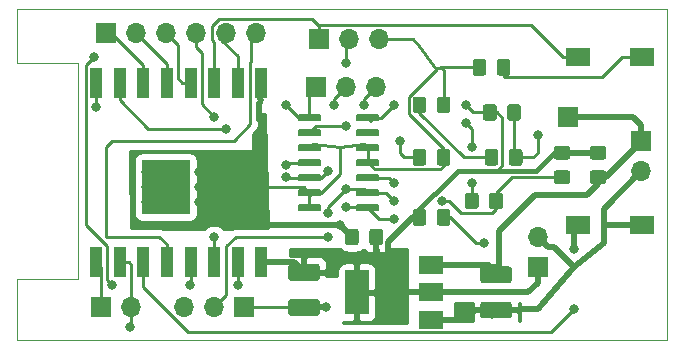
<source format=gbr>
%TF.GenerationSoftware,KiCad,Pcbnew,(5.1.5)-3*%
%TF.CreationDate,2021-03-07T11:31:16-06:00*%
%TF.ProjectId,RTL8720DN multi function board,52544c38-3732-4304-944e-206d756c7469,rev?*%
%TF.SameCoordinates,Original*%
%TF.FileFunction,Copper,L1,Top*%
%TF.FilePolarity,Positive*%
%FSLAX46Y46*%
G04 Gerber Fmt 4.6, Leading zero omitted, Abs format (unit mm)*
G04 Created by KiCad (PCBNEW (5.1.5)-3) date 2021-03-07 11:31:16*
%MOMM*%
%LPD*%
G04 APERTURE LIST*
%ADD10C,0.120000*%
%ADD11R,2.000000X1.600000*%
%ADD12R,1.700000X1.700000*%
%ADD13O,1.700000X1.700000*%
%ADD14C,0.100000*%
%ADD15R,2.000000X1.500000*%
%ADD16R,2.000000X3.800000*%
%ADD17R,1.000000X2.500000*%
%ADD18C,0.800000*%
%ADD19C,0.500000*%
%ADD20C,0.250000*%
%ADD21C,0.400000*%
%ADD22C,0.254000*%
G04 APERTURE END LIST*
D10*
X120550000Y-90420000D02*
X120550000Y-108712000D01*
X120550000Y-108712000D02*
X115400000Y-108712000D01*
X115400000Y-90420000D02*
X120550000Y-90420000D01*
X115400000Y-108712000D02*
X115400000Y-113885000D01*
X170400000Y-113885000D02*
X170400000Y-85885000D01*
X115400000Y-113885000D02*
X170400000Y-113885000D01*
X115400000Y-85885000D02*
X115400000Y-90420000D01*
X170400000Y-85885000D02*
X115400000Y-85885000D01*
D11*
X168308000Y-104140000D03*
X162908000Y-104140000D03*
X162908000Y-89916000D03*
X168308000Y-89916000D03*
D12*
X162052000Y-94996000D03*
D13*
X159512000Y-105156000D03*
D12*
X159512000Y-107696000D03*
D13*
X145796000Y-92456000D03*
X143256000Y-92456000D03*
D12*
X140716000Y-92456000D03*
%TA.AperFunction,SMDPad,CuDef*%
D14*
G36*
X144104505Y-104457204D02*
G01*
X144128773Y-104460804D01*
X144152572Y-104466765D01*
X144175671Y-104475030D01*
X144197850Y-104485520D01*
X144218893Y-104498132D01*
X144238599Y-104512747D01*
X144256777Y-104529223D01*
X144273253Y-104547401D01*
X144287868Y-104567107D01*
X144300480Y-104588150D01*
X144310970Y-104610329D01*
X144319235Y-104633428D01*
X144325196Y-104657227D01*
X144328796Y-104681495D01*
X144330000Y-104705999D01*
X144330000Y-105606001D01*
X144328796Y-105630505D01*
X144325196Y-105654773D01*
X144319235Y-105678572D01*
X144310970Y-105701671D01*
X144300480Y-105723850D01*
X144287868Y-105744893D01*
X144273253Y-105764599D01*
X144256777Y-105782777D01*
X144238599Y-105799253D01*
X144218893Y-105813868D01*
X144197850Y-105826480D01*
X144175671Y-105836970D01*
X144152572Y-105845235D01*
X144128773Y-105851196D01*
X144104505Y-105854796D01*
X144080001Y-105856000D01*
X143429999Y-105856000D01*
X143405495Y-105854796D01*
X143381227Y-105851196D01*
X143357428Y-105845235D01*
X143334329Y-105836970D01*
X143312150Y-105826480D01*
X143291107Y-105813868D01*
X143271401Y-105799253D01*
X143253223Y-105782777D01*
X143236747Y-105764599D01*
X143222132Y-105744893D01*
X143209520Y-105723850D01*
X143199030Y-105701671D01*
X143190765Y-105678572D01*
X143184804Y-105654773D01*
X143181204Y-105630505D01*
X143180000Y-105606001D01*
X143180000Y-104705999D01*
X143181204Y-104681495D01*
X143184804Y-104657227D01*
X143190765Y-104633428D01*
X143199030Y-104610329D01*
X143209520Y-104588150D01*
X143222132Y-104567107D01*
X143236747Y-104547401D01*
X143253223Y-104529223D01*
X143271401Y-104512747D01*
X143291107Y-104498132D01*
X143312150Y-104485520D01*
X143334329Y-104475030D01*
X143357428Y-104466765D01*
X143381227Y-104460804D01*
X143405495Y-104457204D01*
X143429999Y-104456000D01*
X144080001Y-104456000D01*
X144104505Y-104457204D01*
G37*
%TD.AperFunction*%
%TA.AperFunction,SMDPad,CuDef*%
G36*
X146154505Y-104457204D02*
G01*
X146178773Y-104460804D01*
X146202572Y-104466765D01*
X146225671Y-104475030D01*
X146247850Y-104485520D01*
X146268893Y-104498132D01*
X146288599Y-104512747D01*
X146306777Y-104529223D01*
X146323253Y-104547401D01*
X146337868Y-104567107D01*
X146350480Y-104588150D01*
X146360970Y-104610329D01*
X146369235Y-104633428D01*
X146375196Y-104657227D01*
X146378796Y-104681495D01*
X146380000Y-104705999D01*
X146380000Y-105606001D01*
X146378796Y-105630505D01*
X146375196Y-105654773D01*
X146369235Y-105678572D01*
X146360970Y-105701671D01*
X146350480Y-105723850D01*
X146337868Y-105744893D01*
X146323253Y-105764599D01*
X146306777Y-105782777D01*
X146288599Y-105799253D01*
X146268893Y-105813868D01*
X146247850Y-105826480D01*
X146225671Y-105836970D01*
X146202572Y-105845235D01*
X146178773Y-105851196D01*
X146154505Y-105854796D01*
X146130001Y-105856000D01*
X145479999Y-105856000D01*
X145455495Y-105854796D01*
X145431227Y-105851196D01*
X145407428Y-105845235D01*
X145384329Y-105836970D01*
X145362150Y-105826480D01*
X145341107Y-105813868D01*
X145321401Y-105799253D01*
X145303223Y-105782777D01*
X145286747Y-105764599D01*
X145272132Y-105744893D01*
X145259520Y-105723850D01*
X145249030Y-105701671D01*
X145240765Y-105678572D01*
X145234804Y-105654773D01*
X145231204Y-105630505D01*
X145230000Y-105606001D01*
X145230000Y-104705999D01*
X145231204Y-104681495D01*
X145234804Y-104657227D01*
X145240765Y-104633428D01*
X145249030Y-104610329D01*
X145259520Y-104588150D01*
X145272132Y-104567107D01*
X145286747Y-104547401D01*
X145303223Y-104529223D01*
X145321401Y-104512747D01*
X145341107Y-104498132D01*
X145362150Y-104485520D01*
X145384329Y-104475030D01*
X145407428Y-104466765D01*
X145431227Y-104460804D01*
X145455495Y-104457204D01*
X145479999Y-104456000D01*
X146130001Y-104456000D01*
X146154505Y-104457204D01*
G37*
%TD.AperFunction*%
%TA.AperFunction,SMDPad,CuDef*%
G36*
X162018505Y-99511204D02*
G01*
X162042773Y-99514804D01*
X162066572Y-99520765D01*
X162089671Y-99529030D01*
X162111850Y-99539520D01*
X162132893Y-99552132D01*
X162152599Y-99566747D01*
X162170777Y-99583223D01*
X162187253Y-99601401D01*
X162201868Y-99621107D01*
X162214480Y-99642150D01*
X162224970Y-99664329D01*
X162233235Y-99687428D01*
X162239196Y-99711227D01*
X162242796Y-99735495D01*
X162244000Y-99759999D01*
X162244000Y-100410001D01*
X162242796Y-100434505D01*
X162239196Y-100458773D01*
X162233235Y-100482572D01*
X162224970Y-100505671D01*
X162214480Y-100527850D01*
X162201868Y-100548893D01*
X162187253Y-100568599D01*
X162170777Y-100586777D01*
X162152599Y-100603253D01*
X162132893Y-100617868D01*
X162111850Y-100630480D01*
X162089671Y-100640970D01*
X162066572Y-100649235D01*
X162042773Y-100655196D01*
X162018505Y-100658796D01*
X161994001Y-100660000D01*
X161093999Y-100660000D01*
X161069495Y-100658796D01*
X161045227Y-100655196D01*
X161021428Y-100649235D01*
X160998329Y-100640970D01*
X160976150Y-100630480D01*
X160955107Y-100617868D01*
X160935401Y-100603253D01*
X160917223Y-100586777D01*
X160900747Y-100568599D01*
X160886132Y-100548893D01*
X160873520Y-100527850D01*
X160863030Y-100505671D01*
X160854765Y-100482572D01*
X160848804Y-100458773D01*
X160845204Y-100434505D01*
X160844000Y-100410001D01*
X160844000Y-99759999D01*
X160845204Y-99735495D01*
X160848804Y-99711227D01*
X160854765Y-99687428D01*
X160863030Y-99664329D01*
X160873520Y-99642150D01*
X160886132Y-99621107D01*
X160900747Y-99601401D01*
X160917223Y-99583223D01*
X160935401Y-99566747D01*
X160955107Y-99552132D01*
X160976150Y-99539520D01*
X160998329Y-99529030D01*
X161021428Y-99520765D01*
X161045227Y-99514804D01*
X161069495Y-99511204D01*
X161093999Y-99510000D01*
X161994001Y-99510000D01*
X162018505Y-99511204D01*
G37*
%TD.AperFunction*%
%TA.AperFunction,SMDPad,CuDef*%
G36*
X162018505Y-97461204D02*
G01*
X162042773Y-97464804D01*
X162066572Y-97470765D01*
X162089671Y-97479030D01*
X162111850Y-97489520D01*
X162132893Y-97502132D01*
X162152599Y-97516747D01*
X162170777Y-97533223D01*
X162187253Y-97551401D01*
X162201868Y-97571107D01*
X162214480Y-97592150D01*
X162224970Y-97614329D01*
X162233235Y-97637428D01*
X162239196Y-97661227D01*
X162242796Y-97685495D01*
X162244000Y-97709999D01*
X162244000Y-98360001D01*
X162242796Y-98384505D01*
X162239196Y-98408773D01*
X162233235Y-98432572D01*
X162224970Y-98455671D01*
X162214480Y-98477850D01*
X162201868Y-98498893D01*
X162187253Y-98518599D01*
X162170777Y-98536777D01*
X162152599Y-98553253D01*
X162132893Y-98567868D01*
X162111850Y-98580480D01*
X162089671Y-98590970D01*
X162066572Y-98599235D01*
X162042773Y-98605196D01*
X162018505Y-98608796D01*
X161994001Y-98610000D01*
X161093999Y-98610000D01*
X161069495Y-98608796D01*
X161045227Y-98605196D01*
X161021428Y-98599235D01*
X160998329Y-98590970D01*
X160976150Y-98580480D01*
X160955107Y-98567868D01*
X160935401Y-98553253D01*
X160917223Y-98536777D01*
X160900747Y-98518599D01*
X160886132Y-98498893D01*
X160873520Y-98477850D01*
X160863030Y-98455671D01*
X160854765Y-98432572D01*
X160848804Y-98408773D01*
X160845204Y-98384505D01*
X160844000Y-98360001D01*
X160844000Y-97709999D01*
X160845204Y-97685495D01*
X160848804Y-97661227D01*
X160854765Y-97637428D01*
X160863030Y-97614329D01*
X160873520Y-97592150D01*
X160886132Y-97571107D01*
X160900747Y-97551401D01*
X160917223Y-97533223D01*
X160935401Y-97516747D01*
X160955107Y-97502132D01*
X160976150Y-97489520D01*
X160998329Y-97479030D01*
X161021428Y-97470765D01*
X161045227Y-97464804D01*
X161069495Y-97461204D01*
X161093999Y-97460000D01*
X161994001Y-97460000D01*
X162018505Y-97461204D01*
G37*
%TD.AperFunction*%
D15*
X150470000Y-112155000D03*
X150470000Y-107555000D03*
X150470000Y-109855000D03*
D16*
X144170000Y-109855000D03*
%TA.AperFunction,SMDPad,CuDef*%
D14*
G36*
X125950961Y-98685245D02*
G01*
X125953806Y-98675866D01*
X125958427Y-98667221D01*
X125964645Y-98659645D01*
X125972221Y-98653427D01*
X125980866Y-98648806D01*
X125990245Y-98645961D01*
X126000000Y-98645000D01*
X130000000Y-98645000D01*
X130009755Y-98645961D01*
X130019134Y-98648806D01*
X130027779Y-98653427D01*
X130035355Y-98659645D01*
X130041573Y-98667221D01*
X130046194Y-98675866D01*
X130049039Y-98685245D01*
X130050000Y-98695000D01*
X130050000Y-103195000D01*
X130049039Y-103204755D01*
X130046194Y-103214134D01*
X130041573Y-103222779D01*
X130035355Y-103230355D01*
X130027779Y-103236573D01*
X130019134Y-103241194D01*
X130009755Y-103244039D01*
X130000000Y-103245000D01*
X126000000Y-103245000D01*
X125990245Y-103244039D01*
X125980866Y-103241194D01*
X125972221Y-103236573D01*
X125964645Y-103230355D01*
X125958427Y-103222779D01*
X125953806Y-103214134D01*
X125950961Y-103204755D01*
X125950000Y-103195000D01*
X125950000Y-98695000D01*
X125950961Y-98685245D01*
G37*
%TD.AperFunction*%
D17*
X122100000Y-107295000D03*
X124100000Y-107295000D03*
X126100000Y-107295000D03*
X128100000Y-107295000D03*
X130100000Y-107295000D03*
X132100000Y-107295000D03*
X134100000Y-107295000D03*
X136100000Y-107295000D03*
X136100000Y-92095000D03*
X134100000Y-92095000D03*
X132100000Y-92095000D03*
X130100000Y-92095000D03*
X128100000Y-92095000D03*
X126100000Y-92095000D03*
X124100000Y-92095000D03*
X122100000Y-92095000D03*
D13*
X135636000Y-87884000D03*
X133096000Y-87884000D03*
X130556000Y-87884000D03*
X128016000Y-87884000D03*
X125476000Y-87884000D03*
D12*
X122936000Y-87884000D03*
D13*
X125095000Y-111125000D03*
D12*
X122555000Y-111125000D03*
%TA.AperFunction,SMDPad,CuDef*%
D14*
G36*
X165066505Y-99520204D02*
G01*
X165090773Y-99523804D01*
X165114572Y-99529765D01*
X165137671Y-99538030D01*
X165159850Y-99548520D01*
X165180893Y-99561132D01*
X165200599Y-99575747D01*
X165218777Y-99592223D01*
X165235253Y-99610401D01*
X165249868Y-99630107D01*
X165262480Y-99651150D01*
X165272970Y-99673329D01*
X165281235Y-99696428D01*
X165287196Y-99720227D01*
X165290796Y-99744495D01*
X165292000Y-99768999D01*
X165292000Y-100419001D01*
X165290796Y-100443505D01*
X165287196Y-100467773D01*
X165281235Y-100491572D01*
X165272970Y-100514671D01*
X165262480Y-100536850D01*
X165249868Y-100557893D01*
X165235253Y-100577599D01*
X165218777Y-100595777D01*
X165200599Y-100612253D01*
X165180893Y-100626868D01*
X165159850Y-100639480D01*
X165137671Y-100649970D01*
X165114572Y-100658235D01*
X165090773Y-100664196D01*
X165066505Y-100667796D01*
X165042001Y-100669000D01*
X164141999Y-100669000D01*
X164117495Y-100667796D01*
X164093227Y-100664196D01*
X164069428Y-100658235D01*
X164046329Y-100649970D01*
X164024150Y-100639480D01*
X164003107Y-100626868D01*
X163983401Y-100612253D01*
X163965223Y-100595777D01*
X163948747Y-100577599D01*
X163934132Y-100557893D01*
X163921520Y-100536850D01*
X163911030Y-100514671D01*
X163902765Y-100491572D01*
X163896804Y-100467773D01*
X163893204Y-100443505D01*
X163892000Y-100419001D01*
X163892000Y-99768999D01*
X163893204Y-99744495D01*
X163896804Y-99720227D01*
X163902765Y-99696428D01*
X163911030Y-99673329D01*
X163921520Y-99651150D01*
X163934132Y-99630107D01*
X163948747Y-99610401D01*
X163965223Y-99592223D01*
X163983401Y-99575747D01*
X164003107Y-99561132D01*
X164024150Y-99548520D01*
X164046329Y-99538030D01*
X164069428Y-99529765D01*
X164093227Y-99523804D01*
X164117495Y-99520204D01*
X164141999Y-99519000D01*
X165042001Y-99519000D01*
X165066505Y-99520204D01*
G37*
%TD.AperFunction*%
%TA.AperFunction,SMDPad,CuDef*%
G36*
X165066505Y-97470204D02*
G01*
X165090773Y-97473804D01*
X165114572Y-97479765D01*
X165137671Y-97488030D01*
X165159850Y-97498520D01*
X165180893Y-97511132D01*
X165200599Y-97525747D01*
X165218777Y-97542223D01*
X165235253Y-97560401D01*
X165249868Y-97580107D01*
X165262480Y-97601150D01*
X165272970Y-97623329D01*
X165281235Y-97646428D01*
X165287196Y-97670227D01*
X165290796Y-97694495D01*
X165292000Y-97718999D01*
X165292000Y-98369001D01*
X165290796Y-98393505D01*
X165287196Y-98417773D01*
X165281235Y-98441572D01*
X165272970Y-98464671D01*
X165262480Y-98486850D01*
X165249868Y-98507893D01*
X165235253Y-98527599D01*
X165218777Y-98545777D01*
X165200599Y-98562253D01*
X165180893Y-98576868D01*
X165159850Y-98589480D01*
X165137671Y-98599970D01*
X165114572Y-98608235D01*
X165090773Y-98614196D01*
X165066505Y-98617796D01*
X165042001Y-98619000D01*
X164141999Y-98619000D01*
X164117495Y-98617796D01*
X164093227Y-98614196D01*
X164069428Y-98608235D01*
X164046329Y-98599970D01*
X164024150Y-98589480D01*
X164003107Y-98576868D01*
X163983401Y-98562253D01*
X163965223Y-98545777D01*
X163948747Y-98527599D01*
X163934132Y-98507893D01*
X163921520Y-98486850D01*
X163911030Y-98464671D01*
X163902765Y-98441572D01*
X163896804Y-98417773D01*
X163893204Y-98393505D01*
X163892000Y-98369001D01*
X163892000Y-97718999D01*
X163893204Y-97694495D01*
X163896804Y-97670227D01*
X163902765Y-97646428D01*
X163911030Y-97623329D01*
X163921520Y-97601150D01*
X163934132Y-97580107D01*
X163948747Y-97560401D01*
X163965223Y-97542223D01*
X163983401Y-97525747D01*
X164003107Y-97511132D01*
X164024150Y-97498520D01*
X164046329Y-97488030D01*
X164069428Y-97479765D01*
X164093227Y-97473804D01*
X164117495Y-97470204D01*
X164141999Y-97469000D01*
X165042001Y-97469000D01*
X165066505Y-97470204D01*
G37*
%TD.AperFunction*%
D13*
X168275000Y-99568000D03*
D12*
X168275000Y-97028000D03*
D13*
X146050000Y-88392000D03*
X143510000Y-88392000D03*
D12*
X140970000Y-88392000D03*
%TA.AperFunction,SMDPad,CuDef*%
D14*
G36*
X140799504Y-110413704D02*
G01*
X140823773Y-110417304D01*
X140847571Y-110423265D01*
X140870671Y-110431530D01*
X140892849Y-110442020D01*
X140913893Y-110454633D01*
X140933598Y-110469247D01*
X140951777Y-110485723D01*
X140968253Y-110503902D01*
X140982867Y-110523607D01*
X140995480Y-110544651D01*
X141005970Y-110566829D01*
X141014235Y-110589929D01*
X141020196Y-110613727D01*
X141023796Y-110637996D01*
X141025000Y-110662500D01*
X141025000Y-111587500D01*
X141023796Y-111612004D01*
X141020196Y-111636273D01*
X141014235Y-111660071D01*
X141005970Y-111683171D01*
X140995480Y-111705349D01*
X140982867Y-111726393D01*
X140968253Y-111746098D01*
X140951777Y-111764277D01*
X140933598Y-111780753D01*
X140913893Y-111795367D01*
X140892849Y-111807980D01*
X140870671Y-111818470D01*
X140847571Y-111826735D01*
X140823773Y-111832696D01*
X140799504Y-111836296D01*
X140775000Y-111837500D01*
X138625000Y-111837500D01*
X138600496Y-111836296D01*
X138576227Y-111832696D01*
X138552429Y-111826735D01*
X138529329Y-111818470D01*
X138507151Y-111807980D01*
X138486107Y-111795367D01*
X138466402Y-111780753D01*
X138448223Y-111764277D01*
X138431747Y-111746098D01*
X138417133Y-111726393D01*
X138404520Y-111705349D01*
X138394030Y-111683171D01*
X138385765Y-111660071D01*
X138379804Y-111636273D01*
X138376204Y-111612004D01*
X138375000Y-111587500D01*
X138375000Y-110662500D01*
X138376204Y-110637996D01*
X138379804Y-110613727D01*
X138385765Y-110589929D01*
X138394030Y-110566829D01*
X138404520Y-110544651D01*
X138417133Y-110523607D01*
X138431747Y-110503902D01*
X138448223Y-110485723D01*
X138466402Y-110469247D01*
X138486107Y-110454633D01*
X138507151Y-110442020D01*
X138529329Y-110431530D01*
X138552429Y-110423265D01*
X138576227Y-110417304D01*
X138600496Y-110413704D01*
X138625000Y-110412500D01*
X140775000Y-110412500D01*
X140799504Y-110413704D01*
G37*
%TD.AperFunction*%
%TA.AperFunction,SMDPad,CuDef*%
G36*
X140799504Y-107438704D02*
G01*
X140823773Y-107442304D01*
X140847571Y-107448265D01*
X140870671Y-107456530D01*
X140892849Y-107467020D01*
X140913893Y-107479633D01*
X140933598Y-107494247D01*
X140951777Y-107510723D01*
X140968253Y-107528902D01*
X140982867Y-107548607D01*
X140995480Y-107569651D01*
X141005970Y-107591829D01*
X141014235Y-107614929D01*
X141020196Y-107638727D01*
X141023796Y-107662996D01*
X141025000Y-107687500D01*
X141025000Y-108612500D01*
X141023796Y-108637004D01*
X141020196Y-108661273D01*
X141014235Y-108685071D01*
X141005970Y-108708171D01*
X140995480Y-108730349D01*
X140982867Y-108751393D01*
X140968253Y-108771098D01*
X140951777Y-108789277D01*
X140933598Y-108805753D01*
X140913893Y-108820367D01*
X140892849Y-108832980D01*
X140870671Y-108843470D01*
X140847571Y-108851735D01*
X140823773Y-108857696D01*
X140799504Y-108861296D01*
X140775000Y-108862500D01*
X138625000Y-108862500D01*
X138600496Y-108861296D01*
X138576227Y-108857696D01*
X138552429Y-108851735D01*
X138529329Y-108843470D01*
X138507151Y-108832980D01*
X138486107Y-108820367D01*
X138466402Y-108805753D01*
X138448223Y-108789277D01*
X138431747Y-108771098D01*
X138417133Y-108751393D01*
X138404520Y-108730349D01*
X138394030Y-108708171D01*
X138385765Y-108685071D01*
X138379804Y-108661273D01*
X138376204Y-108637004D01*
X138375000Y-108612500D01*
X138375000Y-107687500D01*
X138376204Y-107662996D01*
X138379804Y-107638727D01*
X138385765Y-107614929D01*
X138394030Y-107591829D01*
X138404520Y-107569651D01*
X138417133Y-107548607D01*
X138431747Y-107528902D01*
X138448223Y-107510723D01*
X138466402Y-107494247D01*
X138486107Y-107479633D01*
X138507151Y-107467020D01*
X138529329Y-107456530D01*
X138552429Y-107448265D01*
X138576227Y-107442304D01*
X138600496Y-107438704D01*
X138625000Y-107437500D01*
X140775000Y-107437500D01*
X140799504Y-107438704D01*
G37*
%TD.AperFunction*%
%TA.AperFunction,SMDPad,CuDef*%
G36*
X157055504Y-110631204D02*
G01*
X157079773Y-110634804D01*
X157103571Y-110640765D01*
X157126671Y-110649030D01*
X157148849Y-110659520D01*
X157169893Y-110672133D01*
X157189598Y-110686747D01*
X157207777Y-110703223D01*
X157224253Y-110721402D01*
X157238867Y-110741107D01*
X157251480Y-110762151D01*
X157261970Y-110784329D01*
X157270235Y-110807429D01*
X157276196Y-110831227D01*
X157279796Y-110855496D01*
X157281000Y-110880000D01*
X157281000Y-111805000D01*
X157279796Y-111829504D01*
X157276196Y-111853773D01*
X157270235Y-111877571D01*
X157261970Y-111900671D01*
X157251480Y-111922849D01*
X157238867Y-111943893D01*
X157224253Y-111963598D01*
X157207777Y-111981777D01*
X157189598Y-111998253D01*
X157169893Y-112012867D01*
X157148849Y-112025480D01*
X157126671Y-112035970D01*
X157103571Y-112044235D01*
X157079773Y-112050196D01*
X157055504Y-112053796D01*
X157031000Y-112055000D01*
X154881000Y-112055000D01*
X154856496Y-112053796D01*
X154832227Y-112050196D01*
X154808429Y-112044235D01*
X154785329Y-112035970D01*
X154763151Y-112025480D01*
X154742107Y-112012867D01*
X154722402Y-111998253D01*
X154704223Y-111981777D01*
X154687747Y-111963598D01*
X154673133Y-111943893D01*
X154660520Y-111922849D01*
X154650030Y-111900671D01*
X154641765Y-111877571D01*
X154635804Y-111853773D01*
X154632204Y-111829504D01*
X154631000Y-111805000D01*
X154631000Y-110880000D01*
X154632204Y-110855496D01*
X154635804Y-110831227D01*
X154641765Y-110807429D01*
X154650030Y-110784329D01*
X154660520Y-110762151D01*
X154673133Y-110741107D01*
X154687747Y-110721402D01*
X154704223Y-110703223D01*
X154722402Y-110686747D01*
X154742107Y-110672133D01*
X154763151Y-110659520D01*
X154785329Y-110649030D01*
X154808429Y-110640765D01*
X154832227Y-110634804D01*
X154856496Y-110631204D01*
X154881000Y-110630000D01*
X157031000Y-110630000D01*
X157055504Y-110631204D01*
G37*
%TD.AperFunction*%
%TA.AperFunction,SMDPad,CuDef*%
G36*
X157055504Y-107656204D02*
G01*
X157079773Y-107659804D01*
X157103571Y-107665765D01*
X157126671Y-107674030D01*
X157148849Y-107684520D01*
X157169893Y-107697133D01*
X157189598Y-107711747D01*
X157207777Y-107728223D01*
X157224253Y-107746402D01*
X157238867Y-107766107D01*
X157251480Y-107787151D01*
X157261970Y-107809329D01*
X157270235Y-107832429D01*
X157276196Y-107856227D01*
X157279796Y-107880496D01*
X157281000Y-107905000D01*
X157281000Y-108830000D01*
X157279796Y-108854504D01*
X157276196Y-108878773D01*
X157270235Y-108902571D01*
X157261970Y-108925671D01*
X157251480Y-108947849D01*
X157238867Y-108968893D01*
X157224253Y-108988598D01*
X157207777Y-109006777D01*
X157189598Y-109023253D01*
X157169893Y-109037867D01*
X157148849Y-109050480D01*
X157126671Y-109060970D01*
X157103571Y-109069235D01*
X157079773Y-109075196D01*
X157055504Y-109078796D01*
X157031000Y-109080000D01*
X154881000Y-109080000D01*
X154856496Y-109078796D01*
X154832227Y-109075196D01*
X154808429Y-109069235D01*
X154785329Y-109060970D01*
X154763151Y-109050480D01*
X154742107Y-109037867D01*
X154722402Y-109023253D01*
X154704223Y-109006777D01*
X154687747Y-108988598D01*
X154673133Y-108968893D01*
X154660520Y-108947849D01*
X154650030Y-108925671D01*
X154641765Y-108902571D01*
X154635804Y-108878773D01*
X154632204Y-108854504D01*
X154631000Y-108830000D01*
X154631000Y-107905000D01*
X154632204Y-107880496D01*
X154635804Y-107856227D01*
X154641765Y-107832429D01*
X154650030Y-107809329D01*
X154660520Y-107787151D01*
X154673133Y-107766107D01*
X154687747Y-107746402D01*
X154704223Y-107728223D01*
X154722402Y-107711747D01*
X154742107Y-107697133D01*
X154763151Y-107684520D01*
X154785329Y-107674030D01*
X154808429Y-107665765D01*
X154832227Y-107659804D01*
X154856496Y-107656204D01*
X154881000Y-107655000D01*
X157031000Y-107655000D01*
X157055504Y-107656204D01*
G37*
%TD.AperFunction*%
%TA.AperFunction,SMDPad,CuDef*%
G36*
X156949505Y-90106204D02*
G01*
X156973773Y-90109804D01*
X156997572Y-90115765D01*
X157020671Y-90124030D01*
X157042850Y-90134520D01*
X157063893Y-90147132D01*
X157083599Y-90161747D01*
X157101777Y-90178223D01*
X157118253Y-90196401D01*
X157132868Y-90216107D01*
X157145480Y-90237150D01*
X157155970Y-90259329D01*
X157164235Y-90282428D01*
X157170196Y-90306227D01*
X157173796Y-90330495D01*
X157175000Y-90354999D01*
X157175000Y-91255001D01*
X157173796Y-91279505D01*
X157170196Y-91303773D01*
X157164235Y-91327572D01*
X157155970Y-91350671D01*
X157145480Y-91372850D01*
X157132868Y-91393893D01*
X157118253Y-91413599D01*
X157101777Y-91431777D01*
X157083599Y-91448253D01*
X157063893Y-91462868D01*
X157042850Y-91475480D01*
X157020671Y-91485970D01*
X156997572Y-91494235D01*
X156973773Y-91500196D01*
X156949505Y-91503796D01*
X156925001Y-91505000D01*
X156274999Y-91505000D01*
X156250495Y-91503796D01*
X156226227Y-91500196D01*
X156202428Y-91494235D01*
X156179329Y-91485970D01*
X156157150Y-91475480D01*
X156136107Y-91462868D01*
X156116401Y-91448253D01*
X156098223Y-91431777D01*
X156081747Y-91413599D01*
X156067132Y-91393893D01*
X156054520Y-91372850D01*
X156044030Y-91350671D01*
X156035765Y-91327572D01*
X156029804Y-91303773D01*
X156026204Y-91279505D01*
X156025000Y-91255001D01*
X156025000Y-90354999D01*
X156026204Y-90330495D01*
X156029804Y-90306227D01*
X156035765Y-90282428D01*
X156044030Y-90259329D01*
X156054520Y-90237150D01*
X156067132Y-90216107D01*
X156081747Y-90196401D01*
X156098223Y-90178223D01*
X156116401Y-90161747D01*
X156136107Y-90147132D01*
X156157150Y-90134520D01*
X156179329Y-90124030D01*
X156202428Y-90115765D01*
X156226227Y-90109804D01*
X156250495Y-90106204D01*
X156274999Y-90105000D01*
X156925001Y-90105000D01*
X156949505Y-90106204D01*
G37*
%TD.AperFunction*%
%TA.AperFunction,SMDPad,CuDef*%
G36*
X154899505Y-90106204D02*
G01*
X154923773Y-90109804D01*
X154947572Y-90115765D01*
X154970671Y-90124030D01*
X154992850Y-90134520D01*
X155013893Y-90147132D01*
X155033599Y-90161747D01*
X155051777Y-90178223D01*
X155068253Y-90196401D01*
X155082868Y-90216107D01*
X155095480Y-90237150D01*
X155105970Y-90259329D01*
X155114235Y-90282428D01*
X155120196Y-90306227D01*
X155123796Y-90330495D01*
X155125000Y-90354999D01*
X155125000Y-91255001D01*
X155123796Y-91279505D01*
X155120196Y-91303773D01*
X155114235Y-91327572D01*
X155105970Y-91350671D01*
X155095480Y-91372850D01*
X155082868Y-91393893D01*
X155068253Y-91413599D01*
X155051777Y-91431777D01*
X155033599Y-91448253D01*
X155013893Y-91462868D01*
X154992850Y-91475480D01*
X154970671Y-91485970D01*
X154947572Y-91494235D01*
X154923773Y-91500196D01*
X154899505Y-91503796D01*
X154875001Y-91505000D01*
X154224999Y-91505000D01*
X154200495Y-91503796D01*
X154176227Y-91500196D01*
X154152428Y-91494235D01*
X154129329Y-91485970D01*
X154107150Y-91475480D01*
X154086107Y-91462868D01*
X154066401Y-91448253D01*
X154048223Y-91431777D01*
X154031747Y-91413599D01*
X154017132Y-91393893D01*
X154004520Y-91372850D01*
X153994030Y-91350671D01*
X153985765Y-91327572D01*
X153979804Y-91303773D01*
X153976204Y-91279505D01*
X153975000Y-91255001D01*
X153975000Y-90354999D01*
X153976204Y-90330495D01*
X153979804Y-90306227D01*
X153985765Y-90282428D01*
X153994030Y-90259329D01*
X154004520Y-90237150D01*
X154017132Y-90216107D01*
X154031747Y-90196401D01*
X154048223Y-90178223D01*
X154066401Y-90161747D01*
X154086107Y-90147132D01*
X154107150Y-90134520D01*
X154129329Y-90124030D01*
X154152428Y-90115765D01*
X154176227Y-90109804D01*
X154200495Y-90106204D01*
X154224999Y-90105000D01*
X154875001Y-90105000D01*
X154899505Y-90106204D01*
G37*
%TD.AperFunction*%
D13*
X129540000Y-111125000D03*
X132080000Y-111125000D03*
D12*
X134620000Y-111125000D03*
%TA.AperFunction,SMDPad,CuDef*%
D14*
G36*
X145939703Y-94770722D02*
G01*
X145954264Y-94772882D01*
X145968543Y-94776459D01*
X145982403Y-94781418D01*
X145995710Y-94787712D01*
X146008336Y-94795280D01*
X146020159Y-94804048D01*
X146031066Y-94813934D01*
X146040952Y-94824841D01*
X146049720Y-94836664D01*
X146057288Y-94849290D01*
X146063582Y-94862597D01*
X146068541Y-94876457D01*
X146072118Y-94890736D01*
X146074278Y-94905297D01*
X146075000Y-94920000D01*
X146075000Y-95220000D01*
X146074278Y-95234703D01*
X146072118Y-95249264D01*
X146068541Y-95263543D01*
X146063582Y-95277403D01*
X146057288Y-95290710D01*
X146049720Y-95303336D01*
X146040952Y-95315159D01*
X146031066Y-95326066D01*
X146020159Y-95335952D01*
X146008336Y-95344720D01*
X145995710Y-95352288D01*
X145982403Y-95358582D01*
X145968543Y-95363541D01*
X145954264Y-95367118D01*
X145939703Y-95369278D01*
X145925000Y-95370000D01*
X144275000Y-95370000D01*
X144260297Y-95369278D01*
X144245736Y-95367118D01*
X144231457Y-95363541D01*
X144217597Y-95358582D01*
X144204290Y-95352288D01*
X144191664Y-95344720D01*
X144179841Y-95335952D01*
X144168934Y-95326066D01*
X144159048Y-95315159D01*
X144150280Y-95303336D01*
X144142712Y-95290710D01*
X144136418Y-95277403D01*
X144131459Y-95263543D01*
X144127882Y-95249264D01*
X144125722Y-95234703D01*
X144125000Y-95220000D01*
X144125000Y-94920000D01*
X144125722Y-94905297D01*
X144127882Y-94890736D01*
X144131459Y-94876457D01*
X144136418Y-94862597D01*
X144142712Y-94849290D01*
X144150280Y-94836664D01*
X144159048Y-94824841D01*
X144168934Y-94813934D01*
X144179841Y-94804048D01*
X144191664Y-94795280D01*
X144204290Y-94787712D01*
X144217597Y-94781418D01*
X144231457Y-94776459D01*
X144245736Y-94772882D01*
X144260297Y-94770722D01*
X144275000Y-94770000D01*
X145925000Y-94770000D01*
X145939703Y-94770722D01*
G37*
%TD.AperFunction*%
%TA.AperFunction,SMDPad,CuDef*%
G36*
X145939703Y-96040722D02*
G01*
X145954264Y-96042882D01*
X145968543Y-96046459D01*
X145982403Y-96051418D01*
X145995710Y-96057712D01*
X146008336Y-96065280D01*
X146020159Y-96074048D01*
X146031066Y-96083934D01*
X146040952Y-96094841D01*
X146049720Y-96106664D01*
X146057288Y-96119290D01*
X146063582Y-96132597D01*
X146068541Y-96146457D01*
X146072118Y-96160736D01*
X146074278Y-96175297D01*
X146075000Y-96190000D01*
X146075000Y-96490000D01*
X146074278Y-96504703D01*
X146072118Y-96519264D01*
X146068541Y-96533543D01*
X146063582Y-96547403D01*
X146057288Y-96560710D01*
X146049720Y-96573336D01*
X146040952Y-96585159D01*
X146031066Y-96596066D01*
X146020159Y-96605952D01*
X146008336Y-96614720D01*
X145995710Y-96622288D01*
X145982403Y-96628582D01*
X145968543Y-96633541D01*
X145954264Y-96637118D01*
X145939703Y-96639278D01*
X145925000Y-96640000D01*
X144275000Y-96640000D01*
X144260297Y-96639278D01*
X144245736Y-96637118D01*
X144231457Y-96633541D01*
X144217597Y-96628582D01*
X144204290Y-96622288D01*
X144191664Y-96614720D01*
X144179841Y-96605952D01*
X144168934Y-96596066D01*
X144159048Y-96585159D01*
X144150280Y-96573336D01*
X144142712Y-96560710D01*
X144136418Y-96547403D01*
X144131459Y-96533543D01*
X144127882Y-96519264D01*
X144125722Y-96504703D01*
X144125000Y-96490000D01*
X144125000Y-96190000D01*
X144125722Y-96175297D01*
X144127882Y-96160736D01*
X144131459Y-96146457D01*
X144136418Y-96132597D01*
X144142712Y-96119290D01*
X144150280Y-96106664D01*
X144159048Y-96094841D01*
X144168934Y-96083934D01*
X144179841Y-96074048D01*
X144191664Y-96065280D01*
X144204290Y-96057712D01*
X144217597Y-96051418D01*
X144231457Y-96046459D01*
X144245736Y-96042882D01*
X144260297Y-96040722D01*
X144275000Y-96040000D01*
X145925000Y-96040000D01*
X145939703Y-96040722D01*
G37*
%TD.AperFunction*%
%TA.AperFunction,SMDPad,CuDef*%
G36*
X145939703Y-97310722D02*
G01*
X145954264Y-97312882D01*
X145968543Y-97316459D01*
X145982403Y-97321418D01*
X145995710Y-97327712D01*
X146008336Y-97335280D01*
X146020159Y-97344048D01*
X146031066Y-97353934D01*
X146040952Y-97364841D01*
X146049720Y-97376664D01*
X146057288Y-97389290D01*
X146063582Y-97402597D01*
X146068541Y-97416457D01*
X146072118Y-97430736D01*
X146074278Y-97445297D01*
X146075000Y-97460000D01*
X146075000Y-97760000D01*
X146074278Y-97774703D01*
X146072118Y-97789264D01*
X146068541Y-97803543D01*
X146063582Y-97817403D01*
X146057288Y-97830710D01*
X146049720Y-97843336D01*
X146040952Y-97855159D01*
X146031066Y-97866066D01*
X146020159Y-97875952D01*
X146008336Y-97884720D01*
X145995710Y-97892288D01*
X145982403Y-97898582D01*
X145968543Y-97903541D01*
X145954264Y-97907118D01*
X145939703Y-97909278D01*
X145925000Y-97910000D01*
X144275000Y-97910000D01*
X144260297Y-97909278D01*
X144245736Y-97907118D01*
X144231457Y-97903541D01*
X144217597Y-97898582D01*
X144204290Y-97892288D01*
X144191664Y-97884720D01*
X144179841Y-97875952D01*
X144168934Y-97866066D01*
X144159048Y-97855159D01*
X144150280Y-97843336D01*
X144142712Y-97830710D01*
X144136418Y-97817403D01*
X144131459Y-97803543D01*
X144127882Y-97789264D01*
X144125722Y-97774703D01*
X144125000Y-97760000D01*
X144125000Y-97460000D01*
X144125722Y-97445297D01*
X144127882Y-97430736D01*
X144131459Y-97416457D01*
X144136418Y-97402597D01*
X144142712Y-97389290D01*
X144150280Y-97376664D01*
X144159048Y-97364841D01*
X144168934Y-97353934D01*
X144179841Y-97344048D01*
X144191664Y-97335280D01*
X144204290Y-97327712D01*
X144217597Y-97321418D01*
X144231457Y-97316459D01*
X144245736Y-97312882D01*
X144260297Y-97310722D01*
X144275000Y-97310000D01*
X145925000Y-97310000D01*
X145939703Y-97310722D01*
G37*
%TD.AperFunction*%
%TA.AperFunction,SMDPad,CuDef*%
G36*
X145939703Y-98580722D02*
G01*
X145954264Y-98582882D01*
X145968543Y-98586459D01*
X145982403Y-98591418D01*
X145995710Y-98597712D01*
X146008336Y-98605280D01*
X146020159Y-98614048D01*
X146031066Y-98623934D01*
X146040952Y-98634841D01*
X146049720Y-98646664D01*
X146057288Y-98659290D01*
X146063582Y-98672597D01*
X146068541Y-98686457D01*
X146072118Y-98700736D01*
X146074278Y-98715297D01*
X146075000Y-98730000D01*
X146075000Y-99030000D01*
X146074278Y-99044703D01*
X146072118Y-99059264D01*
X146068541Y-99073543D01*
X146063582Y-99087403D01*
X146057288Y-99100710D01*
X146049720Y-99113336D01*
X146040952Y-99125159D01*
X146031066Y-99136066D01*
X146020159Y-99145952D01*
X146008336Y-99154720D01*
X145995710Y-99162288D01*
X145982403Y-99168582D01*
X145968543Y-99173541D01*
X145954264Y-99177118D01*
X145939703Y-99179278D01*
X145925000Y-99180000D01*
X144275000Y-99180000D01*
X144260297Y-99179278D01*
X144245736Y-99177118D01*
X144231457Y-99173541D01*
X144217597Y-99168582D01*
X144204290Y-99162288D01*
X144191664Y-99154720D01*
X144179841Y-99145952D01*
X144168934Y-99136066D01*
X144159048Y-99125159D01*
X144150280Y-99113336D01*
X144142712Y-99100710D01*
X144136418Y-99087403D01*
X144131459Y-99073543D01*
X144127882Y-99059264D01*
X144125722Y-99044703D01*
X144125000Y-99030000D01*
X144125000Y-98730000D01*
X144125722Y-98715297D01*
X144127882Y-98700736D01*
X144131459Y-98686457D01*
X144136418Y-98672597D01*
X144142712Y-98659290D01*
X144150280Y-98646664D01*
X144159048Y-98634841D01*
X144168934Y-98623934D01*
X144179841Y-98614048D01*
X144191664Y-98605280D01*
X144204290Y-98597712D01*
X144217597Y-98591418D01*
X144231457Y-98586459D01*
X144245736Y-98582882D01*
X144260297Y-98580722D01*
X144275000Y-98580000D01*
X145925000Y-98580000D01*
X145939703Y-98580722D01*
G37*
%TD.AperFunction*%
%TA.AperFunction,SMDPad,CuDef*%
G36*
X145939703Y-99850722D02*
G01*
X145954264Y-99852882D01*
X145968543Y-99856459D01*
X145982403Y-99861418D01*
X145995710Y-99867712D01*
X146008336Y-99875280D01*
X146020159Y-99884048D01*
X146031066Y-99893934D01*
X146040952Y-99904841D01*
X146049720Y-99916664D01*
X146057288Y-99929290D01*
X146063582Y-99942597D01*
X146068541Y-99956457D01*
X146072118Y-99970736D01*
X146074278Y-99985297D01*
X146075000Y-100000000D01*
X146075000Y-100300000D01*
X146074278Y-100314703D01*
X146072118Y-100329264D01*
X146068541Y-100343543D01*
X146063582Y-100357403D01*
X146057288Y-100370710D01*
X146049720Y-100383336D01*
X146040952Y-100395159D01*
X146031066Y-100406066D01*
X146020159Y-100415952D01*
X146008336Y-100424720D01*
X145995710Y-100432288D01*
X145982403Y-100438582D01*
X145968543Y-100443541D01*
X145954264Y-100447118D01*
X145939703Y-100449278D01*
X145925000Y-100450000D01*
X144275000Y-100450000D01*
X144260297Y-100449278D01*
X144245736Y-100447118D01*
X144231457Y-100443541D01*
X144217597Y-100438582D01*
X144204290Y-100432288D01*
X144191664Y-100424720D01*
X144179841Y-100415952D01*
X144168934Y-100406066D01*
X144159048Y-100395159D01*
X144150280Y-100383336D01*
X144142712Y-100370710D01*
X144136418Y-100357403D01*
X144131459Y-100343543D01*
X144127882Y-100329264D01*
X144125722Y-100314703D01*
X144125000Y-100300000D01*
X144125000Y-100000000D01*
X144125722Y-99985297D01*
X144127882Y-99970736D01*
X144131459Y-99956457D01*
X144136418Y-99942597D01*
X144142712Y-99929290D01*
X144150280Y-99916664D01*
X144159048Y-99904841D01*
X144168934Y-99893934D01*
X144179841Y-99884048D01*
X144191664Y-99875280D01*
X144204290Y-99867712D01*
X144217597Y-99861418D01*
X144231457Y-99856459D01*
X144245736Y-99852882D01*
X144260297Y-99850722D01*
X144275000Y-99850000D01*
X145925000Y-99850000D01*
X145939703Y-99850722D01*
G37*
%TD.AperFunction*%
%TA.AperFunction,SMDPad,CuDef*%
G36*
X145939703Y-101120722D02*
G01*
X145954264Y-101122882D01*
X145968543Y-101126459D01*
X145982403Y-101131418D01*
X145995710Y-101137712D01*
X146008336Y-101145280D01*
X146020159Y-101154048D01*
X146031066Y-101163934D01*
X146040952Y-101174841D01*
X146049720Y-101186664D01*
X146057288Y-101199290D01*
X146063582Y-101212597D01*
X146068541Y-101226457D01*
X146072118Y-101240736D01*
X146074278Y-101255297D01*
X146075000Y-101270000D01*
X146075000Y-101570000D01*
X146074278Y-101584703D01*
X146072118Y-101599264D01*
X146068541Y-101613543D01*
X146063582Y-101627403D01*
X146057288Y-101640710D01*
X146049720Y-101653336D01*
X146040952Y-101665159D01*
X146031066Y-101676066D01*
X146020159Y-101685952D01*
X146008336Y-101694720D01*
X145995710Y-101702288D01*
X145982403Y-101708582D01*
X145968543Y-101713541D01*
X145954264Y-101717118D01*
X145939703Y-101719278D01*
X145925000Y-101720000D01*
X144275000Y-101720000D01*
X144260297Y-101719278D01*
X144245736Y-101717118D01*
X144231457Y-101713541D01*
X144217597Y-101708582D01*
X144204290Y-101702288D01*
X144191664Y-101694720D01*
X144179841Y-101685952D01*
X144168934Y-101676066D01*
X144159048Y-101665159D01*
X144150280Y-101653336D01*
X144142712Y-101640710D01*
X144136418Y-101627403D01*
X144131459Y-101613543D01*
X144127882Y-101599264D01*
X144125722Y-101584703D01*
X144125000Y-101570000D01*
X144125000Y-101270000D01*
X144125722Y-101255297D01*
X144127882Y-101240736D01*
X144131459Y-101226457D01*
X144136418Y-101212597D01*
X144142712Y-101199290D01*
X144150280Y-101186664D01*
X144159048Y-101174841D01*
X144168934Y-101163934D01*
X144179841Y-101154048D01*
X144191664Y-101145280D01*
X144204290Y-101137712D01*
X144217597Y-101131418D01*
X144231457Y-101126459D01*
X144245736Y-101122882D01*
X144260297Y-101120722D01*
X144275000Y-101120000D01*
X145925000Y-101120000D01*
X145939703Y-101120722D01*
G37*
%TD.AperFunction*%
%TA.AperFunction,SMDPad,CuDef*%
G36*
X145939703Y-102390722D02*
G01*
X145954264Y-102392882D01*
X145968543Y-102396459D01*
X145982403Y-102401418D01*
X145995710Y-102407712D01*
X146008336Y-102415280D01*
X146020159Y-102424048D01*
X146031066Y-102433934D01*
X146040952Y-102444841D01*
X146049720Y-102456664D01*
X146057288Y-102469290D01*
X146063582Y-102482597D01*
X146068541Y-102496457D01*
X146072118Y-102510736D01*
X146074278Y-102525297D01*
X146075000Y-102540000D01*
X146075000Y-102840000D01*
X146074278Y-102854703D01*
X146072118Y-102869264D01*
X146068541Y-102883543D01*
X146063582Y-102897403D01*
X146057288Y-102910710D01*
X146049720Y-102923336D01*
X146040952Y-102935159D01*
X146031066Y-102946066D01*
X146020159Y-102955952D01*
X146008336Y-102964720D01*
X145995710Y-102972288D01*
X145982403Y-102978582D01*
X145968543Y-102983541D01*
X145954264Y-102987118D01*
X145939703Y-102989278D01*
X145925000Y-102990000D01*
X144275000Y-102990000D01*
X144260297Y-102989278D01*
X144245736Y-102987118D01*
X144231457Y-102983541D01*
X144217597Y-102978582D01*
X144204290Y-102972288D01*
X144191664Y-102964720D01*
X144179841Y-102955952D01*
X144168934Y-102946066D01*
X144159048Y-102935159D01*
X144150280Y-102923336D01*
X144142712Y-102910710D01*
X144136418Y-102897403D01*
X144131459Y-102883543D01*
X144127882Y-102869264D01*
X144125722Y-102854703D01*
X144125000Y-102840000D01*
X144125000Y-102540000D01*
X144125722Y-102525297D01*
X144127882Y-102510736D01*
X144131459Y-102496457D01*
X144136418Y-102482597D01*
X144142712Y-102469290D01*
X144150280Y-102456664D01*
X144159048Y-102444841D01*
X144168934Y-102433934D01*
X144179841Y-102424048D01*
X144191664Y-102415280D01*
X144204290Y-102407712D01*
X144217597Y-102401418D01*
X144231457Y-102396459D01*
X144245736Y-102392882D01*
X144260297Y-102390722D01*
X144275000Y-102390000D01*
X145925000Y-102390000D01*
X145939703Y-102390722D01*
G37*
%TD.AperFunction*%
%TA.AperFunction,SMDPad,CuDef*%
G36*
X140989703Y-102390722D02*
G01*
X141004264Y-102392882D01*
X141018543Y-102396459D01*
X141032403Y-102401418D01*
X141045710Y-102407712D01*
X141058336Y-102415280D01*
X141070159Y-102424048D01*
X141081066Y-102433934D01*
X141090952Y-102444841D01*
X141099720Y-102456664D01*
X141107288Y-102469290D01*
X141113582Y-102482597D01*
X141118541Y-102496457D01*
X141122118Y-102510736D01*
X141124278Y-102525297D01*
X141125000Y-102540000D01*
X141125000Y-102840000D01*
X141124278Y-102854703D01*
X141122118Y-102869264D01*
X141118541Y-102883543D01*
X141113582Y-102897403D01*
X141107288Y-102910710D01*
X141099720Y-102923336D01*
X141090952Y-102935159D01*
X141081066Y-102946066D01*
X141070159Y-102955952D01*
X141058336Y-102964720D01*
X141045710Y-102972288D01*
X141032403Y-102978582D01*
X141018543Y-102983541D01*
X141004264Y-102987118D01*
X140989703Y-102989278D01*
X140975000Y-102990000D01*
X139325000Y-102990000D01*
X139310297Y-102989278D01*
X139295736Y-102987118D01*
X139281457Y-102983541D01*
X139267597Y-102978582D01*
X139254290Y-102972288D01*
X139241664Y-102964720D01*
X139229841Y-102955952D01*
X139218934Y-102946066D01*
X139209048Y-102935159D01*
X139200280Y-102923336D01*
X139192712Y-102910710D01*
X139186418Y-102897403D01*
X139181459Y-102883543D01*
X139177882Y-102869264D01*
X139175722Y-102854703D01*
X139175000Y-102840000D01*
X139175000Y-102540000D01*
X139175722Y-102525297D01*
X139177882Y-102510736D01*
X139181459Y-102496457D01*
X139186418Y-102482597D01*
X139192712Y-102469290D01*
X139200280Y-102456664D01*
X139209048Y-102444841D01*
X139218934Y-102433934D01*
X139229841Y-102424048D01*
X139241664Y-102415280D01*
X139254290Y-102407712D01*
X139267597Y-102401418D01*
X139281457Y-102396459D01*
X139295736Y-102392882D01*
X139310297Y-102390722D01*
X139325000Y-102390000D01*
X140975000Y-102390000D01*
X140989703Y-102390722D01*
G37*
%TD.AperFunction*%
%TA.AperFunction,SMDPad,CuDef*%
G36*
X140989703Y-101120722D02*
G01*
X141004264Y-101122882D01*
X141018543Y-101126459D01*
X141032403Y-101131418D01*
X141045710Y-101137712D01*
X141058336Y-101145280D01*
X141070159Y-101154048D01*
X141081066Y-101163934D01*
X141090952Y-101174841D01*
X141099720Y-101186664D01*
X141107288Y-101199290D01*
X141113582Y-101212597D01*
X141118541Y-101226457D01*
X141122118Y-101240736D01*
X141124278Y-101255297D01*
X141125000Y-101270000D01*
X141125000Y-101570000D01*
X141124278Y-101584703D01*
X141122118Y-101599264D01*
X141118541Y-101613543D01*
X141113582Y-101627403D01*
X141107288Y-101640710D01*
X141099720Y-101653336D01*
X141090952Y-101665159D01*
X141081066Y-101676066D01*
X141070159Y-101685952D01*
X141058336Y-101694720D01*
X141045710Y-101702288D01*
X141032403Y-101708582D01*
X141018543Y-101713541D01*
X141004264Y-101717118D01*
X140989703Y-101719278D01*
X140975000Y-101720000D01*
X139325000Y-101720000D01*
X139310297Y-101719278D01*
X139295736Y-101717118D01*
X139281457Y-101713541D01*
X139267597Y-101708582D01*
X139254290Y-101702288D01*
X139241664Y-101694720D01*
X139229841Y-101685952D01*
X139218934Y-101676066D01*
X139209048Y-101665159D01*
X139200280Y-101653336D01*
X139192712Y-101640710D01*
X139186418Y-101627403D01*
X139181459Y-101613543D01*
X139177882Y-101599264D01*
X139175722Y-101584703D01*
X139175000Y-101570000D01*
X139175000Y-101270000D01*
X139175722Y-101255297D01*
X139177882Y-101240736D01*
X139181459Y-101226457D01*
X139186418Y-101212597D01*
X139192712Y-101199290D01*
X139200280Y-101186664D01*
X139209048Y-101174841D01*
X139218934Y-101163934D01*
X139229841Y-101154048D01*
X139241664Y-101145280D01*
X139254290Y-101137712D01*
X139267597Y-101131418D01*
X139281457Y-101126459D01*
X139295736Y-101122882D01*
X139310297Y-101120722D01*
X139325000Y-101120000D01*
X140975000Y-101120000D01*
X140989703Y-101120722D01*
G37*
%TD.AperFunction*%
%TA.AperFunction,SMDPad,CuDef*%
G36*
X140989703Y-99850722D02*
G01*
X141004264Y-99852882D01*
X141018543Y-99856459D01*
X141032403Y-99861418D01*
X141045710Y-99867712D01*
X141058336Y-99875280D01*
X141070159Y-99884048D01*
X141081066Y-99893934D01*
X141090952Y-99904841D01*
X141099720Y-99916664D01*
X141107288Y-99929290D01*
X141113582Y-99942597D01*
X141118541Y-99956457D01*
X141122118Y-99970736D01*
X141124278Y-99985297D01*
X141125000Y-100000000D01*
X141125000Y-100300000D01*
X141124278Y-100314703D01*
X141122118Y-100329264D01*
X141118541Y-100343543D01*
X141113582Y-100357403D01*
X141107288Y-100370710D01*
X141099720Y-100383336D01*
X141090952Y-100395159D01*
X141081066Y-100406066D01*
X141070159Y-100415952D01*
X141058336Y-100424720D01*
X141045710Y-100432288D01*
X141032403Y-100438582D01*
X141018543Y-100443541D01*
X141004264Y-100447118D01*
X140989703Y-100449278D01*
X140975000Y-100450000D01*
X139325000Y-100450000D01*
X139310297Y-100449278D01*
X139295736Y-100447118D01*
X139281457Y-100443541D01*
X139267597Y-100438582D01*
X139254290Y-100432288D01*
X139241664Y-100424720D01*
X139229841Y-100415952D01*
X139218934Y-100406066D01*
X139209048Y-100395159D01*
X139200280Y-100383336D01*
X139192712Y-100370710D01*
X139186418Y-100357403D01*
X139181459Y-100343543D01*
X139177882Y-100329264D01*
X139175722Y-100314703D01*
X139175000Y-100300000D01*
X139175000Y-100000000D01*
X139175722Y-99985297D01*
X139177882Y-99970736D01*
X139181459Y-99956457D01*
X139186418Y-99942597D01*
X139192712Y-99929290D01*
X139200280Y-99916664D01*
X139209048Y-99904841D01*
X139218934Y-99893934D01*
X139229841Y-99884048D01*
X139241664Y-99875280D01*
X139254290Y-99867712D01*
X139267597Y-99861418D01*
X139281457Y-99856459D01*
X139295736Y-99852882D01*
X139310297Y-99850722D01*
X139325000Y-99850000D01*
X140975000Y-99850000D01*
X140989703Y-99850722D01*
G37*
%TD.AperFunction*%
%TA.AperFunction,SMDPad,CuDef*%
G36*
X140989703Y-98580722D02*
G01*
X141004264Y-98582882D01*
X141018543Y-98586459D01*
X141032403Y-98591418D01*
X141045710Y-98597712D01*
X141058336Y-98605280D01*
X141070159Y-98614048D01*
X141081066Y-98623934D01*
X141090952Y-98634841D01*
X141099720Y-98646664D01*
X141107288Y-98659290D01*
X141113582Y-98672597D01*
X141118541Y-98686457D01*
X141122118Y-98700736D01*
X141124278Y-98715297D01*
X141125000Y-98730000D01*
X141125000Y-99030000D01*
X141124278Y-99044703D01*
X141122118Y-99059264D01*
X141118541Y-99073543D01*
X141113582Y-99087403D01*
X141107288Y-99100710D01*
X141099720Y-99113336D01*
X141090952Y-99125159D01*
X141081066Y-99136066D01*
X141070159Y-99145952D01*
X141058336Y-99154720D01*
X141045710Y-99162288D01*
X141032403Y-99168582D01*
X141018543Y-99173541D01*
X141004264Y-99177118D01*
X140989703Y-99179278D01*
X140975000Y-99180000D01*
X139325000Y-99180000D01*
X139310297Y-99179278D01*
X139295736Y-99177118D01*
X139281457Y-99173541D01*
X139267597Y-99168582D01*
X139254290Y-99162288D01*
X139241664Y-99154720D01*
X139229841Y-99145952D01*
X139218934Y-99136066D01*
X139209048Y-99125159D01*
X139200280Y-99113336D01*
X139192712Y-99100710D01*
X139186418Y-99087403D01*
X139181459Y-99073543D01*
X139177882Y-99059264D01*
X139175722Y-99044703D01*
X139175000Y-99030000D01*
X139175000Y-98730000D01*
X139175722Y-98715297D01*
X139177882Y-98700736D01*
X139181459Y-98686457D01*
X139186418Y-98672597D01*
X139192712Y-98659290D01*
X139200280Y-98646664D01*
X139209048Y-98634841D01*
X139218934Y-98623934D01*
X139229841Y-98614048D01*
X139241664Y-98605280D01*
X139254290Y-98597712D01*
X139267597Y-98591418D01*
X139281457Y-98586459D01*
X139295736Y-98582882D01*
X139310297Y-98580722D01*
X139325000Y-98580000D01*
X140975000Y-98580000D01*
X140989703Y-98580722D01*
G37*
%TD.AperFunction*%
%TA.AperFunction,SMDPad,CuDef*%
G36*
X140989703Y-97310722D02*
G01*
X141004264Y-97312882D01*
X141018543Y-97316459D01*
X141032403Y-97321418D01*
X141045710Y-97327712D01*
X141058336Y-97335280D01*
X141070159Y-97344048D01*
X141081066Y-97353934D01*
X141090952Y-97364841D01*
X141099720Y-97376664D01*
X141107288Y-97389290D01*
X141113582Y-97402597D01*
X141118541Y-97416457D01*
X141122118Y-97430736D01*
X141124278Y-97445297D01*
X141125000Y-97460000D01*
X141125000Y-97760000D01*
X141124278Y-97774703D01*
X141122118Y-97789264D01*
X141118541Y-97803543D01*
X141113582Y-97817403D01*
X141107288Y-97830710D01*
X141099720Y-97843336D01*
X141090952Y-97855159D01*
X141081066Y-97866066D01*
X141070159Y-97875952D01*
X141058336Y-97884720D01*
X141045710Y-97892288D01*
X141032403Y-97898582D01*
X141018543Y-97903541D01*
X141004264Y-97907118D01*
X140989703Y-97909278D01*
X140975000Y-97910000D01*
X139325000Y-97910000D01*
X139310297Y-97909278D01*
X139295736Y-97907118D01*
X139281457Y-97903541D01*
X139267597Y-97898582D01*
X139254290Y-97892288D01*
X139241664Y-97884720D01*
X139229841Y-97875952D01*
X139218934Y-97866066D01*
X139209048Y-97855159D01*
X139200280Y-97843336D01*
X139192712Y-97830710D01*
X139186418Y-97817403D01*
X139181459Y-97803543D01*
X139177882Y-97789264D01*
X139175722Y-97774703D01*
X139175000Y-97760000D01*
X139175000Y-97460000D01*
X139175722Y-97445297D01*
X139177882Y-97430736D01*
X139181459Y-97416457D01*
X139186418Y-97402597D01*
X139192712Y-97389290D01*
X139200280Y-97376664D01*
X139209048Y-97364841D01*
X139218934Y-97353934D01*
X139229841Y-97344048D01*
X139241664Y-97335280D01*
X139254290Y-97327712D01*
X139267597Y-97321418D01*
X139281457Y-97316459D01*
X139295736Y-97312882D01*
X139310297Y-97310722D01*
X139325000Y-97310000D01*
X140975000Y-97310000D01*
X140989703Y-97310722D01*
G37*
%TD.AperFunction*%
%TA.AperFunction,SMDPad,CuDef*%
G36*
X140989703Y-96040722D02*
G01*
X141004264Y-96042882D01*
X141018543Y-96046459D01*
X141032403Y-96051418D01*
X141045710Y-96057712D01*
X141058336Y-96065280D01*
X141070159Y-96074048D01*
X141081066Y-96083934D01*
X141090952Y-96094841D01*
X141099720Y-96106664D01*
X141107288Y-96119290D01*
X141113582Y-96132597D01*
X141118541Y-96146457D01*
X141122118Y-96160736D01*
X141124278Y-96175297D01*
X141125000Y-96190000D01*
X141125000Y-96490000D01*
X141124278Y-96504703D01*
X141122118Y-96519264D01*
X141118541Y-96533543D01*
X141113582Y-96547403D01*
X141107288Y-96560710D01*
X141099720Y-96573336D01*
X141090952Y-96585159D01*
X141081066Y-96596066D01*
X141070159Y-96605952D01*
X141058336Y-96614720D01*
X141045710Y-96622288D01*
X141032403Y-96628582D01*
X141018543Y-96633541D01*
X141004264Y-96637118D01*
X140989703Y-96639278D01*
X140975000Y-96640000D01*
X139325000Y-96640000D01*
X139310297Y-96639278D01*
X139295736Y-96637118D01*
X139281457Y-96633541D01*
X139267597Y-96628582D01*
X139254290Y-96622288D01*
X139241664Y-96614720D01*
X139229841Y-96605952D01*
X139218934Y-96596066D01*
X139209048Y-96585159D01*
X139200280Y-96573336D01*
X139192712Y-96560710D01*
X139186418Y-96547403D01*
X139181459Y-96533543D01*
X139177882Y-96519264D01*
X139175722Y-96504703D01*
X139175000Y-96490000D01*
X139175000Y-96190000D01*
X139175722Y-96175297D01*
X139177882Y-96160736D01*
X139181459Y-96146457D01*
X139186418Y-96132597D01*
X139192712Y-96119290D01*
X139200280Y-96106664D01*
X139209048Y-96094841D01*
X139218934Y-96083934D01*
X139229841Y-96074048D01*
X139241664Y-96065280D01*
X139254290Y-96057712D01*
X139267597Y-96051418D01*
X139281457Y-96046459D01*
X139295736Y-96042882D01*
X139310297Y-96040722D01*
X139325000Y-96040000D01*
X140975000Y-96040000D01*
X140989703Y-96040722D01*
G37*
%TD.AperFunction*%
%TA.AperFunction,SMDPad,CuDef*%
G36*
X140989703Y-94770722D02*
G01*
X141004264Y-94772882D01*
X141018543Y-94776459D01*
X141032403Y-94781418D01*
X141045710Y-94787712D01*
X141058336Y-94795280D01*
X141070159Y-94804048D01*
X141081066Y-94813934D01*
X141090952Y-94824841D01*
X141099720Y-94836664D01*
X141107288Y-94849290D01*
X141113582Y-94862597D01*
X141118541Y-94876457D01*
X141122118Y-94890736D01*
X141124278Y-94905297D01*
X141125000Y-94920000D01*
X141125000Y-95220000D01*
X141124278Y-95234703D01*
X141122118Y-95249264D01*
X141118541Y-95263543D01*
X141113582Y-95277403D01*
X141107288Y-95290710D01*
X141099720Y-95303336D01*
X141090952Y-95315159D01*
X141081066Y-95326066D01*
X141070159Y-95335952D01*
X141058336Y-95344720D01*
X141045710Y-95352288D01*
X141032403Y-95358582D01*
X141018543Y-95363541D01*
X141004264Y-95367118D01*
X140989703Y-95369278D01*
X140975000Y-95370000D01*
X139325000Y-95370000D01*
X139310297Y-95369278D01*
X139295736Y-95367118D01*
X139281457Y-95363541D01*
X139267597Y-95358582D01*
X139254290Y-95352288D01*
X139241664Y-95344720D01*
X139229841Y-95335952D01*
X139218934Y-95326066D01*
X139209048Y-95315159D01*
X139200280Y-95303336D01*
X139192712Y-95290710D01*
X139186418Y-95277403D01*
X139181459Y-95263543D01*
X139177882Y-95249264D01*
X139175722Y-95234703D01*
X139175000Y-95220000D01*
X139175000Y-94920000D01*
X139175722Y-94905297D01*
X139177882Y-94890736D01*
X139181459Y-94876457D01*
X139186418Y-94862597D01*
X139192712Y-94849290D01*
X139200280Y-94836664D01*
X139209048Y-94824841D01*
X139218934Y-94813934D01*
X139229841Y-94804048D01*
X139241664Y-94795280D01*
X139254290Y-94787712D01*
X139267597Y-94781418D01*
X139281457Y-94776459D01*
X139295736Y-94772882D01*
X139310297Y-94770722D01*
X139325000Y-94770000D01*
X140975000Y-94770000D01*
X140989703Y-94770722D01*
G37*
%TD.AperFunction*%
%TA.AperFunction,SMDPad,CuDef*%
G36*
X156305505Y-101409204D02*
G01*
X156329773Y-101412804D01*
X156353572Y-101418765D01*
X156376671Y-101427030D01*
X156398850Y-101437520D01*
X156419893Y-101450132D01*
X156439599Y-101464747D01*
X156457777Y-101481223D01*
X156474253Y-101499401D01*
X156488868Y-101519107D01*
X156501480Y-101540150D01*
X156511970Y-101562329D01*
X156520235Y-101585428D01*
X156526196Y-101609227D01*
X156529796Y-101633495D01*
X156531000Y-101657999D01*
X156531000Y-102558001D01*
X156529796Y-102582505D01*
X156526196Y-102606773D01*
X156520235Y-102630572D01*
X156511970Y-102653671D01*
X156501480Y-102675850D01*
X156488868Y-102696893D01*
X156474253Y-102716599D01*
X156457777Y-102734777D01*
X156439599Y-102751253D01*
X156419893Y-102765868D01*
X156398850Y-102778480D01*
X156376671Y-102788970D01*
X156353572Y-102797235D01*
X156329773Y-102803196D01*
X156305505Y-102806796D01*
X156281001Y-102808000D01*
X155630999Y-102808000D01*
X155606495Y-102806796D01*
X155582227Y-102803196D01*
X155558428Y-102797235D01*
X155535329Y-102788970D01*
X155513150Y-102778480D01*
X155492107Y-102765868D01*
X155472401Y-102751253D01*
X155454223Y-102734777D01*
X155437747Y-102716599D01*
X155423132Y-102696893D01*
X155410520Y-102675850D01*
X155400030Y-102653671D01*
X155391765Y-102630572D01*
X155385804Y-102606773D01*
X155382204Y-102582505D01*
X155381000Y-102558001D01*
X155381000Y-101657999D01*
X155382204Y-101633495D01*
X155385804Y-101609227D01*
X155391765Y-101585428D01*
X155400030Y-101562329D01*
X155410520Y-101540150D01*
X155423132Y-101519107D01*
X155437747Y-101499401D01*
X155454223Y-101481223D01*
X155472401Y-101464747D01*
X155492107Y-101450132D01*
X155513150Y-101437520D01*
X155535329Y-101427030D01*
X155558428Y-101418765D01*
X155582227Y-101412804D01*
X155606495Y-101409204D01*
X155630999Y-101408000D01*
X156281001Y-101408000D01*
X156305505Y-101409204D01*
G37*
%TD.AperFunction*%
%TA.AperFunction,SMDPad,CuDef*%
G36*
X154255505Y-101409204D02*
G01*
X154279773Y-101412804D01*
X154303572Y-101418765D01*
X154326671Y-101427030D01*
X154348850Y-101437520D01*
X154369893Y-101450132D01*
X154389599Y-101464747D01*
X154407777Y-101481223D01*
X154424253Y-101499401D01*
X154438868Y-101519107D01*
X154451480Y-101540150D01*
X154461970Y-101562329D01*
X154470235Y-101585428D01*
X154476196Y-101609227D01*
X154479796Y-101633495D01*
X154481000Y-101657999D01*
X154481000Y-102558001D01*
X154479796Y-102582505D01*
X154476196Y-102606773D01*
X154470235Y-102630572D01*
X154461970Y-102653671D01*
X154451480Y-102675850D01*
X154438868Y-102696893D01*
X154424253Y-102716599D01*
X154407777Y-102734777D01*
X154389599Y-102751253D01*
X154369893Y-102765868D01*
X154348850Y-102778480D01*
X154326671Y-102788970D01*
X154303572Y-102797235D01*
X154279773Y-102803196D01*
X154255505Y-102806796D01*
X154231001Y-102808000D01*
X153580999Y-102808000D01*
X153556495Y-102806796D01*
X153532227Y-102803196D01*
X153508428Y-102797235D01*
X153485329Y-102788970D01*
X153463150Y-102778480D01*
X153442107Y-102765868D01*
X153422401Y-102751253D01*
X153404223Y-102734777D01*
X153387747Y-102716599D01*
X153373132Y-102696893D01*
X153360520Y-102675850D01*
X153350030Y-102653671D01*
X153341765Y-102630572D01*
X153335804Y-102606773D01*
X153332204Y-102582505D01*
X153331000Y-102558001D01*
X153331000Y-101657999D01*
X153332204Y-101633495D01*
X153335804Y-101609227D01*
X153341765Y-101585428D01*
X153350030Y-101562329D01*
X153360520Y-101540150D01*
X153373132Y-101519107D01*
X153387747Y-101499401D01*
X153404223Y-101481223D01*
X153422401Y-101464747D01*
X153442107Y-101450132D01*
X153463150Y-101437520D01*
X153485329Y-101427030D01*
X153508428Y-101418765D01*
X153532227Y-101412804D01*
X153556495Y-101409204D01*
X153580999Y-101408000D01*
X154231001Y-101408000D01*
X154255505Y-101409204D01*
G37*
%TD.AperFunction*%
%TA.AperFunction,SMDPad,CuDef*%
G36*
X157974505Y-97726204D02*
G01*
X157998773Y-97729804D01*
X158022572Y-97735765D01*
X158045671Y-97744030D01*
X158067850Y-97754520D01*
X158088893Y-97767132D01*
X158108599Y-97781747D01*
X158126777Y-97798223D01*
X158143253Y-97816401D01*
X158157868Y-97836107D01*
X158170480Y-97857150D01*
X158180970Y-97879329D01*
X158189235Y-97902428D01*
X158195196Y-97926227D01*
X158198796Y-97950495D01*
X158200000Y-97974999D01*
X158200000Y-98875001D01*
X158198796Y-98899505D01*
X158195196Y-98923773D01*
X158189235Y-98947572D01*
X158180970Y-98970671D01*
X158170480Y-98992850D01*
X158157868Y-99013893D01*
X158143253Y-99033599D01*
X158126777Y-99051777D01*
X158108599Y-99068253D01*
X158088893Y-99082868D01*
X158067850Y-99095480D01*
X158045671Y-99105970D01*
X158022572Y-99114235D01*
X157998773Y-99120196D01*
X157974505Y-99123796D01*
X157950001Y-99125000D01*
X157299999Y-99125000D01*
X157275495Y-99123796D01*
X157251227Y-99120196D01*
X157227428Y-99114235D01*
X157204329Y-99105970D01*
X157182150Y-99095480D01*
X157161107Y-99082868D01*
X157141401Y-99068253D01*
X157123223Y-99051777D01*
X157106747Y-99033599D01*
X157092132Y-99013893D01*
X157079520Y-98992850D01*
X157069030Y-98970671D01*
X157060765Y-98947572D01*
X157054804Y-98923773D01*
X157051204Y-98899505D01*
X157050000Y-98875001D01*
X157050000Y-97974999D01*
X157051204Y-97950495D01*
X157054804Y-97926227D01*
X157060765Y-97902428D01*
X157069030Y-97879329D01*
X157079520Y-97857150D01*
X157092132Y-97836107D01*
X157106747Y-97816401D01*
X157123223Y-97798223D01*
X157141401Y-97781747D01*
X157161107Y-97767132D01*
X157182150Y-97754520D01*
X157204329Y-97744030D01*
X157227428Y-97735765D01*
X157251227Y-97729804D01*
X157275495Y-97726204D01*
X157299999Y-97725000D01*
X157950001Y-97725000D01*
X157974505Y-97726204D01*
G37*
%TD.AperFunction*%
%TA.AperFunction,SMDPad,CuDef*%
G36*
X155924505Y-97726204D02*
G01*
X155948773Y-97729804D01*
X155972572Y-97735765D01*
X155995671Y-97744030D01*
X156017850Y-97754520D01*
X156038893Y-97767132D01*
X156058599Y-97781747D01*
X156076777Y-97798223D01*
X156093253Y-97816401D01*
X156107868Y-97836107D01*
X156120480Y-97857150D01*
X156130970Y-97879329D01*
X156139235Y-97902428D01*
X156145196Y-97926227D01*
X156148796Y-97950495D01*
X156150000Y-97974999D01*
X156150000Y-98875001D01*
X156148796Y-98899505D01*
X156145196Y-98923773D01*
X156139235Y-98947572D01*
X156130970Y-98970671D01*
X156120480Y-98992850D01*
X156107868Y-99013893D01*
X156093253Y-99033599D01*
X156076777Y-99051777D01*
X156058599Y-99068253D01*
X156038893Y-99082868D01*
X156017850Y-99095480D01*
X155995671Y-99105970D01*
X155972572Y-99114235D01*
X155948773Y-99120196D01*
X155924505Y-99123796D01*
X155900001Y-99125000D01*
X155249999Y-99125000D01*
X155225495Y-99123796D01*
X155201227Y-99120196D01*
X155177428Y-99114235D01*
X155154329Y-99105970D01*
X155132150Y-99095480D01*
X155111107Y-99082868D01*
X155091401Y-99068253D01*
X155073223Y-99051777D01*
X155056747Y-99033599D01*
X155042132Y-99013893D01*
X155029520Y-98992850D01*
X155019030Y-98970671D01*
X155010765Y-98947572D01*
X155004804Y-98923773D01*
X155001204Y-98899505D01*
X155000000Y-98875001D01*
X155000000Y-97974999D01*
X155001204Y-97950495D01*
X155004804Y-97926227D01*
X155010765Y-97902428D01*
X155019030Y-97879329D01*
X155029520Y-97857150D01*
X155042132Y-97836107D01*
X155056747Y-97816401D01*
X155073223Y-97798223D01*
X155091401Y-97781747D01*
X155111107Y-97767132D01*
X155132150Y-97754520D01*
X155154329Y-97744030D01*
X155177428Y-97735765D01*
X155201227Y-97729804D01*
X155225495Y-97726204D01*
X155249999Y-97725000D01*
X155900001Y-97725000D01*
X155924505Y-97726204D01*
G37*
%TD.AperFunction*%
%TA.AperFunction,SMDPad,CuDef*%
G36*
X151869505Y-102806204D02*
G01*
X151893773Y-102809804D01*
X151917572Y-102815765D01*
X151940671Y-102824030D01*
X151962850Y-102834520D01*
X151983893Y-102847132D01*
X152003599Y-102861747D01*
X152021777Y-102878223D01*
X152038253Y-102896401D01*
X152052868Y-102916107D01*
X152065480Y-102937150D01*
X152075970Y-102959329D01*
X152084235Y-102982428D01*
X152090196Y-103006227D01*
X152093796Y-103030495D01*
X152095000Y-103054999D01*
X152095000Y-103955001D01*
X152093796Y-103979505D01*
X152090196Y-104003773D01*
X152084235Y-104027572D01*
X152075970Y-104050671D01*
X152065480Y-104072850D01*
X152052868Y-104093893D01*
X152038253Y-104113599D01*
X152021777Y-104131777D01*
X152003599Y-104148253D01*
X151983893Y-104162868D01*
X151962850Y-104175480D01*
X151940671Y-104185970D01*
X151917572Y-104194235D01*
X151893773Y-104200196D01*
X151869505Y-104203796D01*
X151845001Y-104205000D01*
X151194999Y-104205000D01*
X151170495Y-104203796D01*
X151146227Y-104200196D01*
X151122428Y-104194235D01*
X151099329Y-104185970D01*
X151077150Y-104175480D01*
X151056107Y-104162868D01*
X151036401Y-104148253D01*
X151018223Y-104131777D01*
X151001747Y-104113599D01*
X150987132Y-104093893D01*
X150974520Y-104072850D01*
X150964030Y-104050671D01*
X150955765Y-104027572D01*
X150949804Y-104003773D01*
X150946204Y-103979505D01*
X150945000Y-103955001D01*
X150945000Y-103054999D01*
X150946204Y-103030495D01*
X150949804Y-103006227D01*
X150955765Y-102982428D01*
X150964030Y-102959329D01*
X150974520Y-102937150D01*
X150987132Y-102916107D01*
X151001747Y-102896401D01*
X151018223Y-102878223D01*
X151036401Y-102861747D01*
X151056107Y-102847132D01*
X151077150Y-102834520D01*
X151099329Y-102824030D01*
X151122428Y-102815765D01*
X151146227Y-102809804D01*
X151170495Y-102806204D01*
X151194999Y-102805000D01*
X151845001Y-102805000D01*
X151869505Y-102806204D01*
G37*
%TD.AperFunction*%
%TA.AperFunction,SMDPad,CuDef*%
G36*
X149819505Y-102806204D02*
G01*
X149843773Y-102809804D01*
X149867572Y-102815765D01*
X149890671Y-102824030D01*
X149912850Y-102834520D01*
X149933893Y-102847132D01*
X149953599Y-102861747D01*
X149971777Y-102878223D01*
X149988253Y-102896401D01*
X150002868Y-102916107D01*
X150015480Y-102937150D01*
X150025970Y-102959329D01*
X150034235Y-102982428D01*
X150040196Y-103006227D01*
X150043796Y-103030495D01*
X150045000Y-103054999D01*
X150045000Y-103955001D01*
X150043796Y-103979505D01*
X150040196Y-104003773D01*
X150034235Y-104027572D01*
X150025970Y-104050671D01*
X150015480Y-104072850D01*
X150002868Y-104093893D01*
X149988253Y-104113599D01*
X149971777Y-104131777D01*
X149953599Y-104148253D01*
X149933893Y-104162868D01*
X149912850Y-104175480D01*
X149890671Y-104185970D01*
X149867572Y-104194235D01*
X149843773Y-104200196D01*
X149819505Y-104203796D01*
X149795001Y-104205000D01*
X149144999Y-104205000D01*
X149120495Y-104203796D01*
X149096227Y-104200196D01*
X149072428Y-104194235D01*
X149049329Y-104185970D01*
X149027150Y-104175480D01*
X149006107Y-104162868D01*
X148986401Y-104148253D01*
X148968223Y-104131777D01*
X148951747Y-104113599D01*
X148937132Y-104093893D01*
X148924520Y-104072850D01*
X148914030Y-104050671D01*
X148905765Y-104027572D01*
X148899804Y-104003773D01*
X148896204Y-103979505D01*
X148895000Y-103955001D01*
X148895000Y-103054999D01*
X148896204Y-103030495D01*
X148899804Y-103006227D01*
X148905765Y-102982428D01*
X148914030Y-102959329D01*
X148924520Y-102937150D01*
X148937132Y-102916107D01*
X148951747Y-102896401D01*
X148968223Y-102878223D01*
X148986401Y-102861747D01*
X149006107Y-102847132D01*
X149027150Y-102834520D01*
X149049329Y-102824030D01*
X149072428Y-102815765D01*
X149096227Y-102809804D01*
X149120495Y-102806204D01*
X149144999Y-102805000D01*
X149795001Y-102805000D01*
X149819505Y-102806204D01*
G37*
%TD.AperFunction*%
%TA.AperFunction,SMDPad,CuDef*%
G36*
X157829505Y-93916204D02*
G01*
X157853773Y-93919804D01*
X157877572Y-93925765D01*
X157900671Y-93934030D01*
X157922850Y-93944520D01*
X157943893Y-93957132D01*
X157963599Y-93971747D01*
X157981777Y-93988223D01*
X157998253Y-94006401D01*
X158012868Y-94026107D01*
X158025480Y-94047150D01*
X158035970Y-94069329D01*
X158044235Y-94092428D01*
X158050196Y-94116227D01*
X158053796Y-94140495D01*
X158055000Y-94164999D01*
X158055000Y-95065001D01*
X158053796Y-95089505D01*
X158050196Y-95113773D01*
X158044235Y-95137572D01*
X158035970Y-95160671D01*
X158025480Y-95182850D01*
X158012868Y-95203893D01*
X157998253Y-95223599D01*
X157981777Y-95241777D01*
X157963599Y-95258253D01*
X157943893Y-95272868D01*
X157922850Y-95285480D01*
X157900671Y-95295970D01*
X157877572Y-95304235D01*
X157853773Y-95310196D01*
X157829505Y-95313796D01*
X157805001Y-95315000D01*
X157154999Y-95315000D01*
X157130495Y-95313796D01*
X157106227Y-95310196D01*
X157082428Y-95304235D01*
X157059329Y-95295970D01*
X157037150Y-95285480D01*
X157016107Y-95272868D01*
X156996401Y-95258253D01*
X156978223Y-95241777D01*
X156961747Y-95223599D01*
X156947132Y-95203893D01*
X156934520Y-95182850D01*
X156924030Y-95160671D01*
X156915765Y-95137572D01*
X156909804Y-95113773D01*
X156906204Y-95089505D01*
X156905000Y-95065001D01*
X156905000Y-94164999D01*
X156906204Y-94140495D01*
X156909804Y-94116227D01*
X156915765Y-94092428D01*
X156924030Y-94069329D01*
X156934520Y-94047150D01*
X156947132Y-94026107D01*
X156961747Y-94006401D01*
X156978223Y-93988223D01*
X156996401Y-93971747D01*
X157016107Y-93957132D01*
X157037150Y-93944520D01*
X157059329Y-93934030D01*
X157082428Y-93925765D01*
X157106227Y-93919804D01*
X157130495Y-93916204D01*
X157154999Y-93915000D01*
X157805001Y-93915000D01*
X157829505Y-93916204D01*
G37*
%TD.AperFunction*%
%TA.AperFunction,SMDPad,CuDef*%
G36*
X155779505Y-93916204D02*
G01*
X155803773Y-93919804D01*
X155827572Y-93925765D01*
X155850671Y-93934030D01*
X155872850Y-93944520D01*
X155893893Y-93957132D01*
X155913599Y-93971747D01*
X155931777Y-93988223D01*
X155948253Y-94006401D01*
X155962868Y-94026107D01*
X155975480Y-94047150D01*
X155985970Y-94069329D01*
X155994235Y-94092428D01*
X156000196Y-94116227D01*
X156003796Y-94140495D01*
X156005000Y-94164999D01*
X156005000Y-95065001D01*
X156003796Y-95089505D01*
X156000196Y-95113773D01*
X155994235Y-95137572D01*
X155985970Y-95160671D01*
X155975480Y-95182850D01*
X155962868Y-95203893D01*
X155948253Y-95223599D01*
X155931777Y-95241777D01*
X155913599Y-95258253D01*
X155893893Y-95272868D01*
X155872850Y-95285480D01*
X155850671Y-95295970D01*
X155827572Y-95304235D01*
X155803773Y-95310196D01*
X155779505Y-95313796D01*
X155755001Y-95315000D01*
X155104999Y-95315000D01*
X155080495Y-95313796D01*
X155056227Y-95310196D01*
X155032428Y-95304235D01*
X155009329Y-95295970D01*
X154987150Y-95285480D01*
X154966107Y-95272868D01*
X154946401Y-95258253D01*
X154928223Y-95241777D01*
X154911747Y-95223599D01*
X154897132Y-95203893D01*
X154884520Y-95182850D01*
X154874030Y-95160671D01*
X154865765Y-95137572D01*
X154859804Y-95113773D01*
X154856204Y-95089505D01*
X154855000Y-95065001D01*
X154855000Y-94164999D01*
X154856204Y-94140495D01*
X154859804Y-94116227D01*
X154865765Y-94092428D01*
X154874030Y-94069329D01*
X154884520Y-94047150D01*
X154897132Y-94026107D01*
X154911747Y-94006401D01*
X154928223Y-93988223D01*
X154946401Y-93971747D01*
X154966107Y-93957132D01*
X154987150Y-93944520D01*
X155009329Y-93934030D01*
X155032428Y-93925765D01*
X155056227Y-93919804D01*
X155080495Y-93916204D01*
X155104999Y-93915000D01*
X155755001Y-93915000D01*
X155779505Y-93916204D01*
G37*
%TD.AperFunction*%
%TA.AperFunction,SMDPad,CuDef*%
G36*
X151869505Y-97726204D02*
G01*
X151893773Y-97729804D01*
X151917572Y-97735765D01*
X151940671Y-97744030D01*
X151962850Y-97754520D01*
X151983893Y-97767132D01*
X152003599Y-97781747D01*
X152021777Y-97798223D01*
X152038253Y-97816401D01*
X152052868Y-97836107D01*
X152065480Y-97857150D01*
X152075970Y-97879329D01*
X152084235Y-97902428D01*
X152090196Y-97926227D01*
X152093796Y-97950495D01*
X152095000Y-97974999D01*
X152095000Y-98875001D01*
X152093796Y-98899505D01*
X152090196Y-98923773D01*
X152084235Y-98947572D01*
X152075970Y-98970671D01*
X152065480Y-98992850D01*
X152052868Y-99013893D01*
X152038253Y-99033599D01*
X152021777Y-99051777D01*
X152003599Y-99068253D01*
X151983893Y-99082868D01*
X151962850Y-99095480D01*
X151940671Y-99105970D01*
X151917572Y-99114235D01*
X151893773Y-99120196D01*
X151869505Y-99123796D01*
X151845001Y-99125000D01*
X151194999Y-99125000D01*
X151170495Y-99123796D01*
X151146227Y-99120196D01*
X151122428Y-99114235D01*
X151099329Y-99105970D01*
X151077150Y-99095480D01*
X151056107Y-99082868D01*
X151036401Y-99068253D01*
X151018223Y-99051777D01*
X151001747Y-99033599D01*
X150987132Y-99013893D01*
X150974520Y-98992850D01*
X150964030Y-98970671D01*
X150955765Y-98947572D01*
X150949804Y-98923773D01*
X150946204Y-98899505D01*
X150945000Y-98875001D01*
X150945000Y-97974999D01*
X150946204Y-97950495D01*
X150949804Y-97926227D01*
X150955765Y-97902428D01*
X150964030Y-97879329D01*
X150974520Y-97857150D01*
X150987132Y-97836107D01*
X151001747Y-97816401D01*
X151018223Y-97798223D01*
X151036401Y-97781747D01*
X151056107Y-97767132D01*
X151077150Y-97754520D01*
X151099329Y-97744030D01*
X151122428Y-97735765D01*
X151146227Y-97729804D01*
X151170495Y-97726204D01*
X151194999Y-97725000D01*
X151845001Y-97725000D01*
X151869505Y-97726204D01*
G37*
%TD.AperFunction*%
%TA.AperFunction,SMDPad,CuDef*%
G36*
X149819505Y-97726204D02*
G01*
X149843773Y-97729804D01*
X149867572Y-97735765D01*
X149890671Y-97744030D01*
X149912850Y-97754520D01*
X149933893Y-97767132D01*
X149953599Y-97781747D01*
X149971777Y-97798223D01*
X149988253Y-97816401D01*
X150002868Y-97836107D01*
X150015480Y-97857150D01*
X150025970Y-97879329D01*
X150034235Y-97902428D01*
X150040196Y-97926227D01*
X150043796Y-97950495D01*
X150045000Y-97974999D01*
X150045000Y-98875001D01*
X150043796Y-98899505D01*
X150040196Y-98923773D01*
X150034235Y-98947572D01*
X150025970Y-98970671D01*
X150015480Y-98992850D01*
X150002868Y-99013893D01*
X149988253Y-99033599D01*
X149971777Y-99051777D01*
X149953599Y-99068253D01*
X149933893Y-99082868D01*
X149912850Y-99095480D01*
X149890671Y-99105970D01*
X149867572Y-99114235D01*
X149843773Y-99120196D01*
X149819505Y-99123796D01*
X149795001Y-99125000D01*
X149144999Y-99125000D01*
X149120495Y-99123796D01*
X149096227Y-99120196D01*
X149072428Y-99114235D01*
X149049329Y-99105970D01*
X149027150Y-99095480D01*
X149006107Y-99082868D01*
X148986401Y-99068253D01*
X148968223Y-99051777D01*
X148951747Y-99033599D01*
X148937132Y-99013893D01*
X148924520Y-98992850D01*
X148914030Y-98970671D01*
X148905765Y-98947572D01*
X148899804Y-98923773D01*
X148896204Y-98899505D01*
X148895000Y-98875001D01*
X148895000Y-97974999D01*
X148896204Y-97950495D01*
X148899804Y-97926227D01*
X148905765Y-97902428D01*
X148914030Y-97879329D01*
X148924520Y-97857150D01*
X148937132Y-97836107D01*
X148951747Y-97816401D01*
X148968223Y-97798223D01*
X148986401Y-97781747D01*
X149006107Y-97767132D01*
X149027150Y-97754520D01*
X149049329Y-97744030D01*
X149072428Y-97735765D01*
X149096227Y-97729804D01*
X149120495Y-97726204D01*
X149144999Y-97725000D01*
X149795001Y-97725000D01*
X149819505Y-97726204D01*
G37*
%TD.AperFunction*%
%TA.AperFunction,SMDPad,CuDef*%
G36*
X151869505Y-93281204D02*
G01*
X151893773Y-93284804D01*
X151917572Y-93290765D01*
X151940671Y-93299030D01*
X151962850Y-93309520D01*
X151983893Y-93322132D01*
X152003599Y-93336747D01*
X152021777Y-93353223D01*
X152038253Y-93371401D01*
X152052868Y-93391107D01*
X152065480Y-93412150D01*
X152075970Y-93434329D01*
X152084235Y-93457428D01*
X152090196Y-93481227D01*
X152093796Y-93505495D01*
X152095000Y-93529999D01*
X152095000Y-94430001D01*
X152093796Y-94454505D01*
X152090196Y-94478773D01*
X152084235Y-94502572D01*
X152075970Y-94525671D01*
X152065480Y-94547850D01*
X152052868Y-94568893D01*
X152038253Y-94588599D01*
X152021777Y-94606777D01*
X152003599Y-94623253D01*
X151983893Y-94637868D01*
X151962850Y-94650480D01*
X151940671Y-94660970D01*
X151917572Y-94669235D01*
X151893773Y-94675196D01*
X151869505Y-94678796D01*
X151845001Y-94680000D01*
X151194999Y-94680000D01*
X151170495Y-94678796D01*
X151146227Y-94675196D01*
X151122428Y-94669235D01*
X151099329Y-94660970D01*
X151077150Y-94650480D01*
X151056107Y-94637868D01*
X151036401Y-94623253D01*
X151018223Y-94606777D01*
X151001747Y-94588599D01*
X150987132Y-94568893D01*
X150974520Y-94547850D01*
X150964030Y-94525671D01*
X150955765Y-94502572D01*
X150949804Y-94478773D01*
X150946204Y-94454505D01*
X150945000Y-94430001D01*
X150945000Y-93529999D01*
X150946204Y-93505495D01*
X150949804Y-93481227D01*
X150955765Y-93457428D01*
X150964030Y-93434329D01*
X150974520Y-93412150D01*
X150987132Y-93391107D01*
X151001747Y-93371401D01*
X151018223Y-93353223D01*
X151036401Y-93336747D01*
X151056107Y-93322132D01*
X151077150Y-93309520D01*
X151099329Y-93299030D01*
X151122428Y-93290765D01*
X151146227Y-93284804D01*
X151170495Y-93281204D01*
X151194999Y-93280000D01*
X151845001Y-93280000D01*
X151869505Y-93281204D01*
G37*
%TD.AperFunction*%
%TA.AperFunction,SMDPad,CuDef*%
G36*
X149819505Y-93281204D02*
G01*
X149843773Y-93284804D01*
X149867572Y-93290765D01*
X149890671Y-93299030D01*
X149912850Y-93309520D01*
X149933893Y-93322132D01*
X149953599Y-93336747D01*
X149971777Y-93353223D01*
X149988253Y-93371401D01*
X150002868Y-93391107D01*
X150015480Y-93412150D01*
X150025970Y-93434329D01*
X150034235Y-93457428D01*
X150040196Y-93481227D01*
X150043796Y-93505495D01*
X150045000Y-93529999D01*
X150045000Y-94430001D01*
X150043796Y-94454505D01*
X150040196Y-94478773D01*
X150034235Y-94502572D01*
X150025970Y-94525671D01*
X150015480Y-94547850D01*
X150002868Y-94568893D01*
X149988253Y-94588599D01*
X149971777Y-94606777D01*
X149953599Y-94623253D01*
X149933893Y-94637868D01*
X149912850Y-94650480D01*
X149890671Y-94660970D01*
X149867572Y-94669235D01*
X149843773Y-94675196D01*
X149819505Y-94678796D01*
X149795001Y-94680000D01*
X149144999Y-94680000D01*
X149120495Y-94678796D01*
X149096227Y-94675196D01*
X149072428Y-94669235D01*
X149049329Y-94660970D01*
X149027150Y-94650480D01*
X149006107Y-94637868D01*
X148986401Y-94623253D01*
X148968223Y-94606777D01*
X148951747Y-94588599D01*
X148937132Y-94568893D01*
X148924520Y-94547850D01*
X148914030Y-94525671D01*
X148905765Y-94502572D01*
X148899804Y-94478773D01*
X148896204Y-94454505D01*
X148895000Y-94430001D01*
X148895000Y-93529999D01*
X148896204Y-93505495D01*
X148899804Y-93481227D01*
X148905765Y-93457428D01*
X148914030Y-93434329D01*
X148924520Y-93412150D01*
X148937132Y-93391107D01*
X148951747Y-93371401D01*
X148968223Y-93353223D01*
X148986401Y-93336747D01*
X149006107Y-93322132D01*
X149027150Y-93309520D01*
X149049329Y-93299030D01*
X149072428Y-93290765D01*
X149096227Y-93284804D01*
X149120495Y-93281204D01*
X149144999Y-93280000D01*
X149795001Y-93280000D01*
X149819505Y-93281204D01*
G37*
%TD.AperFunction*%
D18*
X142748000Y-104140000D03*
X128905000Y-99695000D03*
X127635000Y-99695000D03*
X126365000Y-99695000D03*
X126365000Y-102235000D03*
X127635000Y-102235000D03*
X128905000Y-102235000D03*
X128905000Y-100965000D03*
X126365000Y-100965000D03*
X127635000Y-100965000D03*
X130810000Y-99695000D03*
X130810000Y-100965000D03*
X130810000Y-102235000D03*
X153035000Y-111125000D03*
X153670000Y-111760000D03*
X153670000Y-111760000D03*
X141605000Y-111125000D03*
X162560000Y-111252000D03*
X162560000Y-106172000D03*
X153416000Y-93980000D03*
X147320000Y-93980000D03*
X153924000Y-100584000D03*
X153924000Y-97536000D03*
X153416000Y-95504000D03*
X147828000Y-97028000D03*
X138176000Y-100076000D03*
X143256000Y-102616000D03*
X151384000Y-102108000D03*
X147320000Y-103632000D03*
X141732000Y-99568000D03*
X141732000Y-103124000D03*
X141732000Y-105156000D03*
X147320000Y-102108000D03*
X159512000Y-96520000D03*
X159512000Y-96520000D03*
X143256000Y-101092000D03*
X143256000Y-95794999D03*
X121920000Y-89916000D03*
X130048000Y-109220000D03*
X123444000Y-109220000D03*
X143256000Y-90424000D03*
X124968000Y-112776000D03*
X154940000Y-105664000D03*
X132080000Y-94996000D03*
X132080000Y-105156000D03*
X144780000Y-93980000D03*
X147320000Y-100584000D03*
X134112000Y-109220000D03*
X142240000Y-93980000D03*
X138176000Y-99060000D03*
X133096000Y-96012000D03*
X138176000Y-93980000D03*
X122100000Y-94160000D03*
D19*
X135636000Y-104140000D02*
X142748000Y-104140000D01*
D20*
X142748000Y-104140000D02*
X142748000Y-104140000D01*
X155575000Y-111977500D02*
X156287500Y-111265000D01*
D19*
X135890000Y-93805000D02*
X135890000Y-95250000D01*
D20*
X136100000Y-93770000D02*
X135890000Y-93980000D01*
X135890000Y-93805000D02*
X135890000Y-93980000D01*
D19*
X136100000Y-93555000D02*
X135890000Y-93345000D01*
D20*
X136100000Y-93555000D02*
X136100000Y-93770000D01*
X136100000Y-92095000D02*
X136100000Y-93555000D01*
X157262500Y-111342500D02*
X156210000Y-111342500D01*
X154550000Y-90805000D02*
X151310000Y-90805000D01*
X151520000Y-99125000D02*
X151520000Y-98425000D01*
X151194990Y-99450010D02*
X151520000Y-99125000D01*
X145670010Y-99450010D02*
X151194990Y-99450010D01*
X145100000Y-98880000D02*
X145670010Y-99450010D01*
X136010000Y-101720000D02*
X135890000Y-101600000D01*
X139695000Y-100965000D02*
X140150000Y-101420000D01*
X135890000Y-100965000D02*
X139695000Y-100965000D01*
X140150000Y-101420000D02*
X140155000Y-101420000D01*
X140155000Y-101420000D02*
X140335000Y-101600000D01*
X144800000Y-97310000D02*
X145100000Y-97610000D01*
X140150000Y-97610000D02*
X140450000Y-97310000D01*
X145100000Y-97610000D02*
X145100000Y-98880000D01*
X134620000Y-111125000D02*
X139700000Y-111125000D01*
X140208000Y-111633000D02*
X139700000Y-111125000D01*
X157535000Y-111342500D02*
X156210000Y-111342500D01*
X151520000Y-97725000D02*
X148569990Y-94774990D01*
X151520000Y-98425000D02*
X151520000Y-97725000D01*
X148569990Y-94774990D02*
X148569990Y-93291820D01*
X148569990Y-93291820D02*
X150929810Y-90932000D01*
X150929810Y-90932000D02*
X150876000Y-90932000D01*
X151310000Y-90805000D02*
X150876000Y-90932000D01*
X150876000Y-90932000D02*
X149470000Y-88965000D01*
D19*
X150470000Y-112155000D02*
X152513000Y-112155000D01*
D20*
X152513000Y-112155000D02*
X152908000Y-111760000D01*
X151520000Y-91015000D02*
X151310000Y-90805000D01*
X151520000Y-93980000D02*
X151520000Y-91015000D01*
X141125000Y-101420000D02*
X142748000Y-99797000D01*
X142748000Y-99797000D02*
X142748000Y-97536000D01*
X140150000Y-101420000D02*
X141125000Y-101420000D01*
X140450000Y-97310000D02*
X142748000Y-97536000D01*
X142748000Y-97536000D02*
X144800000Y-97310000D01*
D19*
X139700000Y-111125000D02*
X141605000Y-111125000D01*
D20*
X141605000Y-111125000D02*
X141605000Y-111125000D01*
D19*
X143755000Y-105147000D02*
X142748000Y-104140000D01*
D20*
X143755000Y-105156000D02*
X143755000Y-105147000D01*
X140150000Y-101420000D02*
X140150000Y-102690000D01*
X149470000Y-88965000D02*
X149405000Y-88900000D01*
X148897000Y-88392000D02*
X146050000Y-88392000D01*
X149470000Y-88965000D02*
X148897000Y-88392000D01*
D19*
X158496000Y-111252000D02*
X157535000Y-111342500D01*
X159512000Y-111252000D02*
X158496000Y-111252000D01*
X168275000Y-99568000D02*
X165060000Y-102783000D01*
X165100000Y-104140000D02*
X168308000Y-104140000D01*
X165060000Y-104180000D02*
X165100000Y-104140000D01*
X165060000Y-104180000D02*
X165060000Y-105704000D01*
X165060000Y-102783000D02*
X165060000Y-104180000D01*
X160869999Y-106005999D02*
X162560000Y-107696000D01*
X159512000Y-105156000D02*
X160361999Y-106005999D01*
X165060000Y-105704000D02*
X162560000Y-107696000D01*
X160361999Y-106005999D02*
X160869999Y-106005999D01*
X162560000Y-107696000D02*
X159512000Y-111252000D01*
D20*
X129905999Y-113230001D02*
X160581999Y-113230001D01*
X126100000Y-107295000D02*
X126100000Y-109424002D01*
X126100000Y-109424002D02*
X129905999Y-113230001D01*
X160581999Y-113230001D02*
X162560000Y-111252000D01*
X162560000Y-111252000D02*
X162560000Y-111252000D01*
X162560000Y-106172000D02*
X162560000Y-106172000D01*
X162560000Y-104300000D02*
X162400000Y-104140000D01*
D19*
X162560000Y-104488000D02*
X162908000Y-104140000D01*
X162560000Y-106172000D02*
X162560000Y-104488000D01*
X138845000Y-107295000D02*
X139700000Y-108150000D01*
X136100000Y-107295000D02*
X138845000Y-107295000D01*
X150470000Y-109855000D02*
X147955000Y-109855000D01*
D20*
X147828000Y-109728000D02*
X147955000Y-109855000D01*
D19*
X148895000Y-103505000D02*
X146812000Y-105588000D01*
D20*
X149470000Y-103505000D02*
X148895000Y-103505000D01*
D19*
X146812000Y-105588000D02*
X146812000Y-107188000D01*
D20*
X164583000Y-98035000D02*
X164592000Y-98044000D01*
D19*
X161544000Y-98035000D02*
X164583000Y-98035000D01*
X145805000Y-105156000D02*
X145805000Y-106671000D01*
D20*
X145796000Y-106680000D02*
X145805000Y-106671000D01*
X156475010Y-99113180D02*
X156138180Y-99450010D01*
X156475010Y-95085010D02*
X156475010Y-99113180D01*
X156005000Y-94615000D02*
X156475010Y-95085010D01*
X155430000Y-94615000D02*
X156005000Y-94615000D01*
D21*
X149470000Y-102805000D02*
X149470000Y-103505000D01*
X159319010Y-99559990D02*
X152715010Y-99559990D01*
X160844000Y-98035000D02*
X159319010Y-99559990D01*
X161544000Y-98035000D02*
X160844000Y-98035000D01*
X152045500Y-100229500D02*
X149470000Y-102805000D01*
X152715010Y-99559990D02*
X152045500Y-100229500D01*
D20*
X145100000Y-95070000D02*
X145400000Y-95370000D01*
X154051000Y-94615000D02*
X153416000Y-93980000D01*
X155430000Y-94615000D02*
X154051000Y-94615000D01*
X146230000Y-95070000D02*
X147320000Y-93980000D01*
X145100000Y-95070000D02*
X146230000Y-95070000D01*
D19*
X159512000Y-109046000D02*
X159512000Y-107696000D01*
X158703000Y-109855000D02*
X159512000Y-109046000D01*
X150470000Y-109855000D02*
X158703000Y-109855000D01*
D20*
X153215000Y-98425000D02*
X155000000Y-98425000D01*
X155000000Y-98425000D02*
X155575000Y-98425000D01*
X149470000Y-94680000D02*
X153215000Y-98425000D01*
X149470000Y-93980000D02*
X149470000Y-94680000D01*
X153906000Y-101110000D02*
X153924000Y-101092000D01*
X153906000Y-102108000D02*
X153906000Y-101110000D01*
X153924000Y-101092000D02*
X153924000Y-100584000D01*
X153924000Y-100584000D02*
X153924000Y-100584000D01*
X153924000Y-97536000D02*
X153924000Y-96012000D01*
X153924000Y-96012000D02*
X153416000Y-95504000D01*
X153416000Y-95504000D02*
X153416000Y-95504000D01*
X149470000Y-98425000D02*
X148209000Y-98425000D01*
X147828000Y-98044000D02*
X147828000Y-97028000D01*
X148209000Y-98425000D02*
X147828000Y-98044000D01*
X151384000Y-102108000D02*
X151384000Y-102108000D01*
X140150000Y-100150000D02*
X141150000Y-100150000D01*
X141150000Y-100150000D02*
X141732000Y-99568000D01*
X141732000Y-99568000D02*
X141732000Y-99568000D01*
X143256000Y-102616000D02*
X145026000Y-102616000D01*
X138250000Y-100150000D02*
X138176000Y-100076000D01*
X140150000Y-100150000D02*
X138250000Y-100150000D01*
X146042000Y-103632000D02*
X147320000Y-103632000D01*
X145100000Y-102690000D02*
X146042000Y-103632000D01*
X161535000Y-100085000D02*
X160809998Y-100085000D01*
X155956000Y-101408000D02*
X155956000Y-102108000D01*
X157279000Y-100085000D02*
X155956000Y-101408000D01*
X161544000Y-100085000D02*
X157279000Y-100085000D01*
X152974695Y-103133010D02*
X151949685Y-102108000D01*
X155630990Y-103133010D02*
X152974695Y-103133010D01*
X151949685Y-102108000D02*
X151384000Y-102108000D01*
X155956000Y-102808000D02*
X155630990Y-103133010D01*
X155956000Y-102108000D02*
X155956000Y-102808000D01*
X157480000Y-98280000D02*
X157625000Y-98425000D01*
X157480000Y-94615000D02*
X157480000Y-98280000D01*
X157625000Y-98425000D02*
X159131000Y-98425000D01*
X159131000Y-98425000D02*
X159512000Y-98044000D01*
X159512000Y-98044000D02*
X159512000Y-96520000D01*
X159512000Y-96520000D02*
X159512000Y-96520000D01*
X159512000Y-96520000D02*
X159512000Y-96520000D01*
X144800000Y-101120000D02*
X143284000Y-101120000D01*
X145100000Y-101420000D02*
X144800000Y-101120000D01*
X143284000Y-101120000D02*
X143256000Y-101092000D01*
X143256000Y-101092000D02*
X143256000Y-101092000D01*
X140150000Y-96340000D02*
X140695001Y-95794999D01*
X140695001Y-95794999D02*
X142907999Y-95794999D01*
X142907999Y-95794999D02*
X143256000Y-95794999D01*
X143256000Y-95794999D02*
X143256000Y-95794999D01*
X132929999Y-110275001D02*
X132080000Y-111125000D01*
X141732000Y-105156000D02*
X133903998Y-105156000D01*
X133903998Y-105156000D02*
X133096000Y-105963998D01*
X133096000Y-110109000D02*
X132929999Y-110275001D01*
X133096000Y-105963998D02*
X133096000Y-110109000D01*
X146632000Y-101420000D02*
X147320000Y-102108000D01*
X145100000Y-101420000D02*
X146632000Y-101420000D01*
X141732000Y-102616000D02*
X141732000Y-103124000D01*
X143256000Y-101092000D02*
X141732000Y-102616000D01*
X156675001Y-91580001D02*
X164939999Y-91580001D01*
X156600000Y-91505000D02*
X156675001Y-91580001D01*
X156600000Y-90805000D02*
X156600000Y-91505000D01*
X166604000Y-89916000D02*
X168308000Y-89916000D01*
X164939999Y-91580001D02*
X166604000Y-89916000D01*
D19*
X156210000Y-104684998D02*
X156210000Y-107655000D01*
X155397500Y-107555000D02*
X150470000Y-107555000D01*
D20*
X155956000Y-107655000D02*
X155956000Y-108367500D01*
X155856000Y-107555000D02*
X155956000Y-107655000D01*
X155397500Y-107555000D02*
X155856000Y-107555000D01*
D19*
X165292000Y-100094000D02*
X164592000Y-100094000D01*
X168275000Y-97111000D02*
X165292000Y-100094000D01*
D20*
X168275000Y-97028000D02*
X168275000Y-97111000D01*
D19*
X164592000Y-100669000D02*
X163661000Y-101600000D01*
D20*
X164592000Y-100094000D02*
X164592000Y-100669000D01*
D19*
X159294998Y-101600000D02*
X156210000Y-104684998D01*
X163661000Y-101600000D02*
X159294998Y-101600000D01*
X163402000Y-94996000D02*
X162052000Y-94996000D01*
X167593000Y-94996000D02*
X163402000Y-94996000D01*
X168275000Y-95678000D02*
X167593000Y-94996000D01*
X168275000Y-97028000D02*
X168275000Y-95678000D01*
D20*
X130100000Y-109168000D02*
X130048000Y-109220000D01*
X130100000Y-107295000D02*
X130100000Y-109168000D01*
X123044001Y-105903999D02*
X121274999Y-104134997D01*
X123444000Y-109220000D02*
X123044001Y-108820001D01*
X123044001Y-108820001D02*
X123044001Y-105903999D01*
X143256000Y-90424000D02*
X143256000Y-90424000D01*
X121274999Y-90561001D02*
X121920000Y-89916000D01*
X121274999Y-104134997D02*
X121274999Y-90561001D01*
X143256000Y-88646000D02*
X143510000Y-88392000D01*
X143256000Y-90424000D02*
X143256000Y-88646000D01*
X140386999Y-86708999D02*
X140970000Y-87292000D01*
X132100000Y-88627002D02*
X131920999Y-88448001D01*
X132100000Y-92095000D02*
X132100000Y-88627002D01*
X131920999Y-88448001D02*
X131920999Y-87319999D01*
X132531999Y-86708999D02*
X140386999Y-86708999D01*
X131920999Y-87319999D02*
X132531999Y-86708999D01*
X140970000Y-87292000D02*
X140970000Y-88392000D01*
X141045001Y-87216999D02*
X140970000Y-87292000D01*
X161658000Y-89916000D02*
X158958999Y-87216999D01*
X158958999Y-87216999D02*
X141045001Y-87216999D01*
X162908000Y-89916000D02*
X161658000Y-89916000D01*
X124850000Y-107295000D02*
X124100000Y-107295000D01*
X125095000Y-107540000D02*
X124850000Y-107295000D01*
X125095000Y-111125000D02*
X125095000Y-107540000D01*
X152095000Y-103505000D02*
X154254000Y-105664000D01*
X151520000Y-103505000D02*
X152095000Y-103505000D01*
X125095000Y-112649000D02*
X124968000Y-112776000D01*
X125095000Y-111125000D02*
X125095000Y-112649000D01*
X154254000Y-105664000D02*
X154940000Y-105664000D01*
X122555000Y-107750000D02*
X122100000Y-107295000D01*
X122555000Y-111125000D02*
X122555000Y-107750000D01*
X128100000Y-105795000D02*
X128100000Y-107295000D01*
X135255000Y-90297000D02*
X135128000Y-90424000D01*
X122936000Y-97536000D02*
X122936000Y-105156000D01*
X123444000Y-97028000D02*
X122936000Y-97536000D01*
X135128000Y-90424000D02*
X135128000Y-95632410D01*
X127461000Y-105156000D02*
X128100000Y-105795000D01*
X135128000Y-95632410D02*
X133732410Y-97028000D01*
X122936000Y-105156000D02*
X127461000Y-105156000D01*
X135255000Y-88470000D02*
X135255000Y-90297000D01*
X133732410Y-97028000D02*
X123444000Y-97028000D01*
X134100000Y-89855000D02*
X134100000Y-92095000D01*
X132715000Y-88470000D02*
X134100000Y-89855000D01*
X132100000Y-107295000D02*
X132100000Y-105176000D01*
X132100000Y-105176000D02*
X132080000Y-105156000D01*
X132080000Y-105156000D02*
X132080000Y-105156000D01*
X131024999Y-93940999D02*
X132080000Y-94996000D01*
X132080000Y-94996000D02*
X132080000Y-94996000D01*
X132080000Y-105156000D02*
X132080000Y-105156000D01*
X130556000Y-89086081D02*
X130556000Y-87884000D01*
X131024999Y-89555080D02*
X130556000Y-89086081D01*
X131024999Y-93940999D02*
X131024999Y-89555080D01*
X129350000Y-92095000D02*
X130100000Y-92095000D01*
X128999999Y-91744999D02*
X129350000Y-92095000D01*
X128999999Y-88867999D02*
X128016000Y-87884000D01*
X128999999Y-91744999D02*
X128999999Y-88867999D01*
X128100000Y-91475000D02*
X128100000Y-92095000D01*
X128100000Y-90508000D02*
X125476000Y-87884000D01*
X128100000Y-92095000D02*
X128100000Y-90508000D01*
X126100000Y-91345000D02*
X126100000Y-92095000D01*
X122555000Y-88470000D02*
X123225000Y-88470000D01*
X123389000Y-87884000D02*
X122936000Y-87884000D01*
X126100000Y-90595000D02*
X123389000Y-87884000D01*
X126100000Y-92095000D02*
X126100000Y-90595000D01*
X134100000Y-109208000D02*
X134112000Y-109220000D01*
X134100000Y-107295000D02*
X134100000Y-109208000D01*
X146886000Y-100150000D02*
X147320000Y-100584000D01*
X145100000Y-100150000D02*
X146886000Y-100150000D01*
X144780000Y-93472000D02*
X145796000Y-92456000D01*
X144780000Y-93980000D02*
X144780000Y-93472000D01*
X124100000Y-93595000D02*
X126517000Y-96012000D01*
X124100000Y-92095000D02*
X124100000Y-93595000D01*
X126517000Y-96012000D02*
X133096000Y-96012000D01*
X133096000Y-96012000D02*
X133096000Y-96012000D01*
X138356000Y-98880000D02*
X138176000Y-99060000D01*
X140150000Y-98880000D02*
X138356000Y-98880000D01*
X142240000Y-93472000D02*
X143256000Y-92456000D01*
X142240000Y-93980000D02*
X142240000Y-93472000D01*
X122100000Y-92095000D02*
X122100000Y-94160000D01*
X122100000Y-94160000D02*
X122100000Y-94160000D01*
X140150000Y-95070000D02*
X140150000Y-94880998D01*
X139266000Y-95070000D02*
X138176000Y-93980000D01*
X140150000Y-95070000D02*
X139266000Y-95070000D01*
X140150000Y-93022000D02*
X140716000Y-92456000D01*
X140150000Y-95070000D02*
X140150000Y-93022000D01*
D22*
G36*
X141630061Y-106191000D02*
G01*
X141833939Y-106191000D01*
X141929459Y-106172000D01*
X142751187Y-106172000D01*
X142802038Y-106233962D01*
X142936613Y-106344405D01*
X143090149Y-106426472D01*
X143256745Y-106477008D01*
X143429999Y-106494072D01*
X144080001Y-106494072D01*
X144253255Y-106477008D01*
X144419851Y-106426472D01*
X144573387Y-106344405D01*
X144707962Y-106233962D01*
X144713342Y-106227406D01*
X144778815Y-106307185D01*
X144875506Y-106386537D01*
X144985820Y-106445502D01*
X145105518Y-106481812D01*
X145230000Y-106494072D01*
X145519250Y-106491000D01*
X145678000Y-106332250D01*
X145678000Y-106172000D01*
X145932000Y-106172000D01*
X145932000Y-106332250D01*
X146090750Y-106491000D01*
X146380000Y-106494072D01*
X146504482Y-106481812D01*
X146624180Y-106445502D01*
X146734494Y-106386537D01*
X146831185Y-106307185D01*
X146910537Y-106210494D01*
X146931113Y-106172000D01*
X148463000Y-106172000D01*
X148463000Y-112470001D01*
X143002000Y-112470001D01*
X143002000Y-112367611D01*
X143045518Y-112380812D01*
X143170000Y-112393072D01*
X143884250Y-112390000D01*
X144043000Y-112231250D01*
X144043000Y-109982000D01*
X144297000Y-109982000D01*
X144297000Y-112231250D01*
X144455750Y-112390000D01*
X145170000Y-112393072D01*
X145294482Y-112380812D01*
X145414180Y-112344502D01*
X145524494Y-112285537D01*
X145621185Y-112206185D01*
X145700537Y-112109494D01*
X145759502Y-111999180D01*
X145795812Y-111879482D01*
X145808072Y-111755000D01*
X145805000Y-110140750D01*
X145646250Y-109982000D01*
X144297000Y-109982000D01*
X144043000Y-109982000D01*
X144023000Y-109982000D01*
X144023000Y-109728000D01*
X144043000Y-109728000D01*
X144043000Y-107478750D01*
X144297000Y-107478750D01*
X144297000Y-109728000D01*
X145646250Y-109728000D01*
X145805000Y-109569250D01*
X145808072Y-107955000D01*
X145795812Y-107830518D01*
X145759502Y-107710820D01*
X145700537Y-107600506D01*
X145621185Y-107503815D01*
X145524494Y-107424463D01*
X145414180Y-107365498D01*
X145294482Y-107329188D01*
X145170000Y-107316928D01*
X144455750Y-107320000D01*
X144297000Y-107478750D01*
X144043000Y-107478750D01*
X143884250Y-107320000D01*
X143170000Y-107316928D01*
X143045518Y-107329188D01*
X142925820Y-107365498D01*
X142815506Y-107424463D01*
X142718815Y-107503815D01*
X142639463Y-107600506D01*
X142580498Y-107710820D01*
X142544188Y-107830518D01*
X142531928Y-107955000D01*
X142532885Y-108458000D01*
X141660160Y-108458000D01*
X141660000Y-108435750D01*
X141501250Y-108277000D01*
X139827000Y-108277000D01*
X139827000Y-108297000D01*
X139573000Y-108297000D01*
X139573000Y-108277000D01*
X139553000Y-108277000D01*
X139553000Y-108023000D01*
X139573000Y-108023000D01*
X139573000Y-106961250D01*
X139827000Y-106961250D01*
X139827000Y-108023000D01*
X141501250Y-108023000D01*
X141660000Y-107864250D01*
X141663072Y-107437500D01*
X141650812Y-107313018D01*
X141614502Y-107193320D01*
X141555537Y-107083006D01*
X141476185Y-106986315D01*
X141379494Y-106906963D01*
X141269180Y-106847998D01*
X141149482Y-106811688D01*
X141025000Y-106799428D01*
X139985750Y-106802500D01*
X139827000Y-106961250D01*
X139573000Y-106961250D01*
X139414250Y-106802500D01*
X138557000Y-106799966D01*
X138557000Y-106172000D01*
X141534541Y-106172000D01*
X141630061Y-106191000D01*
G37*
X141630061Y-106191000D02*
X141833939Y-106191000D01*
X141929459Y-106172000D01*
X142751187Y-106172000D01*
X142802038Y-106233962D01*
X142936613Y-106344405D01*
X143090149Y-106426472D01*
X143256745Y-106477008D01*
X143429999Y-106494072D01*
X144080001Y-106494072D01*
X144253255Y-106477008D01*
X144419851Y-106426472D01*
X144573387Y-106344405D01*
X144707962Y-106233962D01*
X144713342Y-106227406D01*
X144778815Y-106307185D01*
X144875506Y-106386537D01*
X144985820Y-106445502D01*
X145105518Y-106481812D01*
X145230000Y-106494072D01*
X145519250Y-106491000D01*
X145678000Y-106332250D01*
X145678000Y-106172000D01*
X145932000Y-106172000D01*
X145932000Y-106332250D01*
X146090750Y-106491000D01*
X146380000Y-106494072D01*
X146504482Y-106481812D01*
X146624180Y-106445502D01*
X146734494Y-106386537D01*
X146831185Y-106307185D01*
X146910537Y-106210494D01*
X146931113Y-106172000D01*
X148463000Y-106172000D01*
X148463000Y-112470001D01*
X143002000Y-112470001D01*
X143002000Y-112367611D01*
X143045518Y-112380812D01*
X143170000Y-112393072D01*
X143884250Y-112390000D01*
X144043000Y-112231250D01*
X144043000Y-109982000D01*
X144297000Y-109982000D01*
X144297000Y-112231250D01*
X144455750Y-112390000D01*
X145170000Y-112393072D01*
X145294482Y-112380812D01*
X145414180Y-112344502D01*
X145524494Y-112285537D01*
X145621185Y-112206185D01*
X145700537Y-112109494D01*
X145759502Y-111999180D01*
X145795812Y-111879482D01*
X145808072Y-111755000D01*
X145805000Y-110140750D01*
X145646250Y-109982000D01*
X144297000Y-109982000D01*
X144043000Y-109982000D01*
X144023000Y-109982000D01*
X144023000Y-109728000D01*
X144043000Y-109728000D01*
X144043000Y-107478750D01*
X144297000Y-107478750D01*
X144297000Y-109728000D01*
X145646250Y-109728000D01*
X145805000Y-109569250D01*
X145808072Y-107955000D01*
X145795812Y-107830518D01*
X145759502Y-107710820D01*
X145700537Y-107600506D01*
X145621185Y-107503815D01*
X145524494Y-107424463D01*
X145414180Y-107365498D01*
X145294482Y-107329188D01*
X145170000Y-107316928D01*
X144455750Y-107320000D01*
X144297000Y-107478750D01*
X144043000Y-107478750D01*
X143884250Y-107320000D01*
X143170000Y-107316928D01*
X143045518Y-107329188D01*
X142925820Y-107365498D01*
X142815506Y-107424463D01*
X142718815Y-107503815D01*
X142639463Y-107600506D01*
X142580498Y-107710820D01*
X142544188Y-107830518D01*
X142531928Y-107955000D01*
X142532885Y-108458000D01*
X141660160Y-108458000D01*
X141660000Y-108435750D01*
X141501250Y-108277000D01*
X139827000Y-108277000D01*
X139827000Y-108297000D01*
X139573000Y-108297000D01*
X139573000Y-108277000D01*
X139553000Y-108277000D01*
X139553000Y-108023000D01*
X139573000Y-108023000D01*
X139573000Y-106961250D01*
X139827000Y-106961250D01*
X139827000Y-108023000D01*
X141501250Y-108023000D01*
X141660000Y-107864250D01*
X141663072Y-107437500D01*
X141650812Y-107313018D01*
X141614502Y-107193320D01*
X141555537Y-107083006D01*
X141476185Y-106986315D01*
X141379494Y-106906963D01*
X141269180Y-106847998D01*
X141149482Y-106811688D01*
X141025000Y-106799428D01*
X139985750Y-106802500D01*
X139827000Y-106961250D01*
X139573000Y-106961250D01*
X139414250Y-106802500D01*
X138557000Y-106799966D01*
X138557000Y-106172000D01*
X141534541Y-106172000D01*
X141630061Y-106191000D01*
G36*
X136645579Y-104396000D02*
G01*
X133941323Y-104396000D01*
X133903998Y-104392324D01*
X133866673Y-104396000D01*
X133866665Y-104396000D01*
X133755012Y-104406997D01*
X133611751Y-104450454D01*
X133479771Y-104521000D01*
X132900490Y-104521000D01*
X132883937Y-104496226D01*
X132739774Y-104352063D01*
X132570256Y-104238795D01*
X132381898Y-104160774D01*
X132181939Y-104121000D01*
X131978061Y-104121000D01*
X131778102Y-104160774D01*
X131589744Y-104238795D01*
X131420226Y-104352063D01*
X131276063Y-104496226D01*
X131259510Y-104521000D01*
X127885227Y-104521000D01*
X127753247Y-104450454D01*
X127609986Y-104406997D01*
X127498333Y-104396000D01*
X127498322Y-104396000D01*
X127461000Y-104392324D01*
X127423678Y-104396000D01*
X125090355Y-104396000D01*
X124984781Y-98695000D01*
X125311928Y-98695000D01*
X125311928Y-103195000D01*
X125315002Y-103257556D01*
X125315963Y-103267311D01*
X125340363Y-103389972D01*
X125343208Y-103399351D01*
X125391081Y-103514927D01*
X125395702Y-103523572D01*
X125465208Y-103627589D01*
X125471426Y-103635165D01*
X125559835Y-103723574D01*
X125567411Y-103729792D01*
X125671428Y-103799298D01*
X125680073Y-103803919D01*
X125795649Y-103851792D01*
X125805028Y-103854637D01*
X125927689Y-103879037D01*
X125937444Y-103879998D01*
X126000000Y-103883072D01*
X130000000Y-103883072D01*
X130062556Y-103879998D01*
X130072311Y-103879037D01*
X130194972Y-103854637D01*
X130204351Y-103851792D01*
X130319927Y-103803919D01*
X130328572Y-103799298D01*
X130432589Y-103729792D01*
X130440165Y-103723574D01*
X130528574Y-103635165D01*
X130534792Y-103627589D01*
X130604298Y-103523572D01*
X130608919Y-103514927D01*
X130656792Y-103399351D01*
X130659637Y-103389972D01*
X130684037Y-103267311D01*
X130684998Y-103257556D01*
X130688072Y-103195000D01*
X130688072Y-98695000D01*
X130684998Y-98632444D01*
X130684037Y-98622689D01*
X130659637Y-98500028D01*
X130656792Y-98490649D01*
X130608919Y-98375073D01*
X130604298Y-98366428D01*
X130534792Y-98262411D01*
X130528574Y-98254835D01*
X130440165Y-98166426D01*
X130432589Y-98160208D01*
X130328572Y-98090702D01*
X130319927Y-98086081D01*
X130204351Y-98038208D01*
X130194972Y-98035363D01*
X130072311Y-98010963D01*
X130062556Y-98010002D01*
X130000000Y-98006928D01*
X126000000Y-98006928D01*
X125937444Y-98010002D01*
X125927689Y-98010963D01*
X125805028Y-98035363D01*
X125795649Y-98038208D01*
X125680073Y-98086081D01*
X125671428Y-98090702D01*
X125567411Y-98160208D01*
X125559835Y-98166426D01*
X125471426Y-98254835D01*
X125465208Y-98262411D01*
X125395702Y-98366428D01*
X125391081Y-98375073D01*
X125343208Y-98490649D01*
X125340363Y-98500028D01*
X125315963Y-98622689D01*
X125315002Y-98632444D01*
X125311928Y-98695000D01*
X124984781Y-98695000D01*
X124970373Y-97917000D01*
X135255000Y-97917000D01*
X135279776Y-97914560D01*
X135303601Y-97907333D01*
X135325557Y-97895597D01*
X135344803Y-97879803D01*
X135360597Y-97860557D01*
X135372333Y-97838601D01*
X135379560Y-97814776D01*
X135382000Y-97790000D01*
X135382000Y-96453212D01*
X135639003Y-96196209D01*
X135668001Y-96172411D01*
X135762974Y-96056686D01*
X135833546Y-95924657D01*
X135877003Y-95781396D01*
X135888000Y-95669743D01*
X135888000Y-95669734D01*
X135891676Y-95632411D01*
X135888000Y-95595088D01*
X135888000Y-94742000D01*
X136401175Y-94742000D01*
X136645579Y-104396000D01*
G37*
X136645579Y-104396000D02*
X133941323Y-104396000D01*
X133903998Y-104392324D01*
X133866673Y-104396000D01*
X133866665Y-104396000D01*
X133755012Y-104406997D01*
X133611751Y-104450454D01*
X133479771Y-104521000D01*
X132900490Y-104521000D01*
X132883937Y-104496226D01*
X132739774Y-104352063D01*
X132570256Y-104238795D01*
X132381898Y-104160774D01*
X132181939Y-104121000D01*
X131978061Y-104121000D01*
X131778102Y-104160774D01*
X131589744Y-104238795D01*
X131420226Y-104352063D01*
X131276063Y-104496226D01*
X131259510Y-104521000D01*
X127885227Y-104521000D01*
X127753247Y-104450454D01*
X127609986Y-104406997D01*
X127498333Y-104396000D01*
X127498322Y-104396000D01*
X127461000Y-104392324D01*
X127423678Y-104396000D01*
X125090355Y-104396000D01*
X124984781Y-98695000D01*
X125311928Y-98695000D01*
X125311928Y-103195000D01*
X125315002Y-103257556D01*
X125315963Y-103267311D01*
X125340363Y-103389972D01*
X125343208Y-103399351D01*
X125391081Y-103514927D01*
X125395702Y-103523572D01*
X125465208Y-103627589D01*
X125471426Y-103635165D01*
X125559835Y-103723574D01*
X125567411Y-103729792D01*
X125671428Y-103799298D01*
X125680073Y-103803919D01*
X125795649Y-103851792D01*
X125805028Y-103854637D01*
X125927689Y-103879037D01*
X125937444Y-103879998D01*
X126000000Y-103883072D01*
X130000000Y-103883072D01*
X130062556Y-103879998D01*
X130072311Y-103879037D01*
X130194972Y-103854637D01*
X130204351Y-103851792D01*
X130319927Y-103803919D01*
X130328572Y-103799298D01*
X130432589Y-103729792D01*
X130440165Y-103723574D01*
X130528574Y-103635165D01*
X130534792Y-103627589D01*
X130604298Y-103523572D01*
X130608919Y-103514927D01*
X130656792Y-103399351D01*
X130659637Y-103389972D01*
X130684037Y-103267311D01*
X130684998Y-103257556D01*
X130688072Y-103195000D01*
X130688072Y-98695000D01*
X130684998Y-98632444D01*
X130684037Y-98622689D01*
X130659637Y-98500028D01*
X130656792Y-98490649D01*
X130608919Y-98375073D01*
X130604298Y-98366428D01*
X130534792Y-98262411D01*
X130528574Y-98254835D01*
X130440165Y-98166426D01*
X130432589Y-98160208D01*
X130328572Y-98090702D01*
X130319927Y-98086081D01*
X130204351Y-98038208D01*
X130194972Y-98035363D01*
X130072311Y-98010963D01*
X130062556Y-98010002D01*
X130000000Y-98006928D01*
X126000000Y-98006928D01*
X125937444Y-98010002D01*
X125927689Y-98010963D01*
X125805028Y-98035363D01*
X125795649Y-98038208D01*
X125680073Y-98086081D01*
X125671428Y-98090702D01*
X125567411Y-98160208D01*
X125559835Y-98166426D01*
X125471426Y-98254835D01*
X125465208Y-98262411D01*
X125395702Y-98366428D01*
X125391081Y-98375073D01*
X125343208Y-98490649D01*
X125340363Y-98500028D01*
X125315963Y-98622689D01*
X125315002Y-98632444D01*
X125311928Y-98695000D01*
X124984781Y-98695000D01*
X124970373Y-97917000D01*
X135255000Y-97917000D01*
X135279776Y-97914560D01*
X135303601Y-97907333D01*
X135325557Y-97895597D01*
X135344803Y-97879803D01*
X135360597Y-97860557D01*
X135372333Y-97838601D01*
X135379560Y-97814776D01*
X135382000Y-97790000D01*
X135382000Y-96453212D01*
X135639003Y-96196209D01*
X135668001Y-96172411D01*
X135762974Y-96056686D01*
X135833546Y-95924657D01*
X135877003Y-95781396D01*
X135888000Y-95669743D01*
X135888000Y-95669734D01*
X135891676Y-95632411D01*
X135888000Y-95595088D01*
X135888000Y-94742000D01*
X136401175Y-94742000D01*
X136645579Y-104396000D01*
G36*
X153996000Y-111056750D02*
G01*
X154154750Y-111215500D01*
X155829000Y-111215500D01*
X155829000Y-111195500D01*
X156083000Y-111195500D01*
X156083000Y-111215500D01*
X157757250Y-111215500D01*
X157916000Y-111056750D01*
X157918280Y-110740000D01*
X157988000Y-110740000D01*
X157988000Y-112268000D01*
X157879960Y-112268000D01*
X157906812Y-112179482D01*
X157919072Y-112055000D01*
X157916000Y-111628250D01*
X157757250Y-111469500D01*
X156083000Y-111469500D01*
X156083000Y-111489500D01*
X155829000Y-111489500D01*
X155829000Y-111469500D01*
X154154750Y-111469500D01*
X153996000Y-111628250D01*
X153992928Y-112055000D01*
X154005188Y-112179482D01*
X154032040Y-112268000D01*
X152527000Y-112268000D01*
X152527000Y-110740000D01*
X153993720Y-110740000D01*
X153996000Y-111056750D01*
G37*
X153996000Y-111056750D02*
X154154750Y-111215500D01*
X155829000Y-111215500D01*
X155829000Y-111195500D01*
X156083000Y-111195500D01*
X156083000Y-111215500D01*
X157757250Y-111215500D01*
X157916000Y-111056750D01*
X157918280Y-110740000D01*
X157988000Y-110740000D01*
X157988000Y-112268000D01*
X157879960Y-112268000D01*
X157906812Y-112179482D01*
X157919072Y-112055000D01*
X157916000Y-111628250D01*
X157757250Y-111469500D01*
X156083000Y-111469500D01*
X156083000Y-111489500D01*
X155829000Y-111489500D01*
X155829000Y-111469500D01*
X154154750Y-111469500D01*
X153996000Y-111628250D01*
X153992928Y-112055000D01*
X154005188Y-112179482D01*
X154032040Y-112268000D01*
X152527000Y-112268000D01*
X152527000Y-110740000D01*
X153993720Y-110740000D01*
X153996000Y-111056750D01*
M02*

</source>
